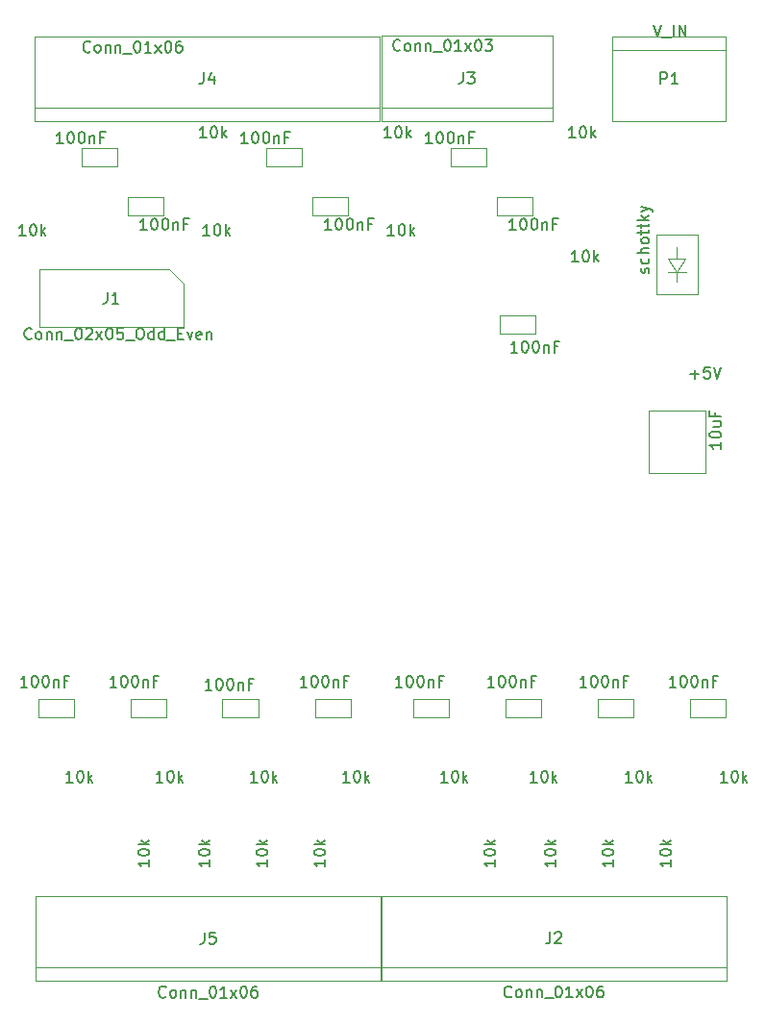
<source format=gbr>
G04 #@! TF.GenerationSoftware,KiCad,Pcbnew,5.0.2+dfsg1-1*
G04 #@! TF.CreationDate,2021-01-22T14:28:10+01:00*
G04 #@! TF.ProjectId,wat,7761742e-6b69-4636-9164-5f7063625858,rev?*
G04 #@! TF.SameCoordinates,Original*
G04 #@! TF.FileFunction,Other,Fab,Top*
%FSLAX46Y46*%
G04 Gerber Fmt 4.6, Leading zero omitted, Abs format (unit mm)*
G04 Created by KiCad (PCBNEW 5.0.2+dfsg1-1) date vie 22 ene 2021 14:28:10 CET*
%MOMM*%
%LPD*%
G01*
G04 APERTURE LIST*
%ADD10C,0.100000*%
%ADD11C,0.150000*%
G04 APERTURE END LIST*
D10*
G04 #@! TO.C,C11*
X80410000Y-133820000D02*
X83610000Y-133820000D01*
X83610000Y-133820000D02*
X83610000Y-135420000D01*
X83610000Y-135420000D02*
X80410000Y-135420000D01*
X80410000Y-135420000D02*
X80410000Y-133820000D01*
G04 #@! TO.C,J4*
X94295600Y-75472600D02*
X63895600Y-75472600D01*
X94295600Y-82972600D02*
X94295600Y-75472600D01*
X63895600Y-82972600D02*
X94295600Y-82972600D01*
X63895600Y-75472600D02*
X63895600Y-82972600D01*
X63895600Y-81772600D02*
X94295600Y-81772600D01*
G04 #@! TO.C,C1*
X122959500Y-108438500D02*
X122959500Y-113938500D01*
X122959500Y-113938500D02*
X117959500Y-113938500D01*
X117959500Y-113938500D02*
X117959500Y-108438500D01*
X117959500Y-108438500D02*
X122959500Y-108438500D01*
G04 #@! TO.C,C2*
X108026000Y-101638000D02*
X104826000Y-101638000D01*
X104826000Y-101638000D02*
X104826000Y-100038000D01*
X104826000Y-100038000D02*
X108026000Y-100038000D01*
X108026000Y-100038000D02*
X108026000Y-101638000D01*
G04 #@! TO.C,C5*
X91516000Y-91224000D02*
X88316000Y-91224000D01*
X88316000Y-91224000D02*
X88316000Y-89624000D01*
X88316000Y-89624000D02*
X91516000Y-89624000D01*
X91516000Y-89624000D02*
X91516000Y-91224000D01*
G04 #@! TO.C,C6*
X84252000Y-86906000D02*
X84252000Y-85306000D01*
X87452000Y-86906000D02*
X84252000Y-86906000D01*
X87452000Y-85306000D02*
X87452000Y-86906000D01*
X84252000Y-85306000D02*
X87452000Y-85306000D01*
G04 #@! TO.C,C7*
X75260000Y-91224000D02*
X72060000Y-91224000D01*
X72060000Y-91224000D02*
X72060000Y-89624000D01*
X72060000Y-89624000D02*
X75260000Y-89624000D01*
X75260000Y-89624000D02*
X75260000Y-91224000D01*
G04 #@! TO.C,C8*
X67996000Y-86906000D02*
X67996000Y-85306000D01*
X71196000Y-86906000D02*
X67996000Y-86906000D01*
X71196000Y-85306000D02*
X71196000Y-86906000D01*
X67996000Y-85306000D02*
X71196000Y-85306000D01*
G04 #@! TO.C,C9*
X67386000Y-135420000D02*
X64186000Y-135420000D01*
X64186000Y-135420000D02*
X64186000Y-133820000D01*
X64186000Y-133820000D02*
X67386000Y-133820000D01*
X67386000Y-133820000D02*
X67386000Y-135420000D01*
G04 #@! TO.C,C10*
X75514000Y-133820000D02*
X75514000Y-135420000D01*
X72314000Y-133820000D02*
X75514000Y-133820000D01*
X72314000Y-135420000D02*
X72314000Y-133820000D01*
X75514000Y-135420000D02*
X72314000Y-135420000D01*
G04 #@! TO.C,C12*
X88570000Y-135420000D02*
X88570000Y-133820000D01*
X91770000Y-135420000D02*
X88570000Y-135420000D01*
X91770000Y-133820000D02*
X91770000Y-135420000D01*
X88570000Y-133820000D02*
X91770000Y-133820000D01*
G04 #@! TO.C,C13*
X100406000Y-135420000D02*
X97206000Y-135420000D01*
X97206000Y-135420000D02*
X97206000Y-133820000D01*
X97206000Y-133820000D02*
X100406000Y-133820000D01*
X100406000Y-133820000D02*
X100406000Y-135420000D01*
G04 #@! TO.C,C14*
X108534000Y-133820000D02*
X108534000Y-135420000D01*
X105334000Y-133820000D02*
X108534000Y-133820000D01*
X105334000Y-135420000D02*
X105334000Y-133820000D01*
X108534000Y-135420000D02*
X105334000Y-135420000D01*
G04 #@! TO.C,C15*
X113462000Y-135420000D02*
X113462000Y-133820000D01*
X116662000Y-135420000D02*
X113462000Y-135420000D01*
X116662000Y-133820000D02*
X116662000Y-135420000D01*
X113462000Y-133820000D02*
X116662000Y-133820000D01*
G04 #@! TO.C,C16*
X121590000Y-133820000D02*
X124790000Y-133820000D01*
X124790000Y-133820000D02*
X124790000Y-135420000D01*
X124790000Y-135420000D02*
X121590000Y-135420000D01*
X121590000Y-135420000D02*
X121590000Y-133820000D01*
G04 #@! TO.C,J1*
X75692000Y-96012000D02*
X76962000Y-97282000D01*
X64262000Y-96012000D02*
X75692000Y-96012000D01*
X64262000Y-101092000D02*
X64262000Y-96012000D01*
X76962000Y-101092000D02*
X64262000Y-101092000D01*
X76962000Y-97282000D02*
X76962000Y-101092000D01*
G04 #@! TO.C,J2*
X124826400Y-151164600D02*
X94426400Y-151164600D01*
X124826400Y-158664600D02*
X124826400Y-151164600D01*
X94426400Y-158664600D02*
X124826400Y-158664600D01*
X94426400Y-151164600D02*
X94426400Y-158664600D01*
X94426400Y-157464600D02*
X124826400Y-157464600D01*
G04 #@! TO.C,J3*
X94405600Y-81747200D02*
X109505600Y-81747200D01*
X94405600Y-75447200D02*
X109505600Y-75447200D01*
X109505600Y-75447200D02*
X109505600Y-82947200D01*
X109505600Y-82947200D02*
X94405600Y-82947200D01*
X94405600Y-82947200D02*
X94405600Y-75447200D01*
G04 #@! TO.C,J5*
X63971800Y-157490000D02*
X94371800Y-157490000D01*
X63971800Y-151190000D02*
X63971800Y-158690000D01*
X63971800Y-158690000D02*
X94371800Y-158690000D01*
X94371800Y-158690000D02*
X94371800Y-151190000D01*
X94371800Y-151190000D02*
X63971800Y-151190000D01*
G04 #@! TO.C,P1*
X114761000Y-82972600D02*
X124761000Y-82972600D01*
X114761000Y-75472600D02*
X114761000Y-82972600D01*
X124761000Y-75472600D02*
X114761000Y-75472600D01*
X124761000Y-82972600D02*
X124761000Y-75472600D01*
X124711000Y-76672600D02*
X114811000Y-76672600D01*
G04 #@! TO.C,C3*
X107772000Y-89624000D02*
X107772000Y-91224000D01*
X104572000Y-89624000D02*
X107772000Y-89624000D01*
X104572000Y-91224000D02*
X104572000Y-89624000D01*
X107772000Y-91224000D02*
X104572000Y-91224000D01*
G04 #@! TO.C,C4*
X100508000Y-85306000D02*
X103708000Y-85306000D01*
X103708000Y-85306000D02*
X103708000Y-86906000D01*
X103708000Y-86906000D02*
X100508000Y-86906000D01*
X100508000Y-86906000D02*
X100508000Y-85306000D01*
G04 #@! TO.C,D1*
X122259500Y-92967500D02*
X118659500Y-92967500D01*
X122259500Y-92967500D02*
X122259500Y-98167500D01*
X120460520Y-96216940D02*
X119660420Y-95066320D01*
X120460520Y-96216940D02*
X121209820Y-95066320D01*
X121209820Y-95066320D02*
X119660420Y-95066320D01*
X119660420Y-96216940D02*
X121260620Y-96216940D01*
X120460520Y-95066320D02*
X120460520Y-94068100D01*
X120460520Y-96216940D02*
X120460520Y-97118640D01*
X118659500Y-92967500D02*
X118659500Y-98167500D01*
X122259500Y-98167500D02*
X118659500Y-98167500D01*
G04 #@! TD*
G04 #@! TO.C,C11*
D11*
X79478380Y-133040380D02*
X78906952Y-133040380D01*
X79192666Y-133040380D02*
X79192666Y-132040380D01*
X79097428Y-132183238D01*
X79002190Y-132278476D01*
X78906952Y-132326095D01*
X80097428Y-132040380D02*
X80192666Y-132040380D01*
X80287904Y-132088000D01*
X80335523Y-132135619D01*
X80383142Y-132230857D01*
X80430761Y-132421333D01*
X80430761Y-132659428D01*
X80383142Y-132849904D01*
X80335523Y-132945142D01*
X80287904Y-132992761D01*
X80192666Y-133040380D01*
X80097428Y-133040380D01*
X80002190Y-132992761D01*
X79954571Y-132945142D01*
X79906952Y-132849904D01*
X79859333Y-132659428D01*
X79859333Y-132421333D01*
X79906952Y-132230857D01*
X79954571Y-132135619D01*
X80002190Y-132088000D01*
X80097428Y-132040380D01*
X81049809Y-132040380D02*
X81145047Y-132040380D01*
X81240285Y-132088000D01*
X81287904Y-132135619D01*
X81335523Y-132230857D01*
X81383142Y-132421333D01*
X81383142Y-132659428D01*
X81335523Y-132849904D01*
X81287904Y-132945142D01*
X81240285Y-132992761D01*
X81145047Y-133040380D01*
X81049809Y-133040380D01*
X80954571Y-132992761D01*
X80906952Y-132945142D01*
X80859333Y-132849904D01*
X80811714Y-132659428D01*
X80811714Y-132421333D01*
X80859333Y-132230857D01*
X80906952Y-132135619D01*
X80954571Y-132088000D01*
X81049809Y-132040380D01*
X81811714Y-132373714D02*
X81811714Y-133040380D01*
X81811714Y-132468952D02*
X81859333Y-132421333D01*
X81954571Y-132373714D01*
X82097428Y-132373714D01*
X82192666Y-132421333D01*
X82240285Y-132516571D01*
X82240285Y-133040380D01*
X83049809Y-132516571D02*
X82716476Y-132516571D01*
X82716476Y-133040380D02*
X82716476Y-132040380D01*
X83192666Y-132040380D01*
G04 #@! TO.C,J4*
X68778904Y-76811142D02*
X68731285Y-76858761D01*
X68588428Y-76906380D01*
X68493190Y-76906380D01*
X68350333Y-76858761D01*
X68255095Y-76763523D01*
X68207476Y-76668285D01*
X68159857Y-76477809D01*
X68159857Y-76334952D01*
X68207476Y-76144476D01*
X68255095Y-76049238D01*
X68350333Y-75954000D01*
X68493190Y-75906380D01*
X68588428Y-75906380D01*
X68731285Y-75954000D01*
X68778904Y-76001619D01*
X69350333Y-76906380D02*
X69255095Y-76858761D01*
X69207476Y-76811142D01*
X69159857Y-76715904D01*
X69159857Y-76430190D01*
X69207476Y-76334952D01*
X69255095Y-76287333D01*
X69350333Y-76239714D01*
X69493190Y-76239714D01*
X69588428Y-76287333D01*
X69636047Y-76334952D01*
X69683666Y-76430190D01*
X69683666Y-76715904D01*
X69636047Y-76811142D01*
X69588428Y-76858761D01*
X69493190Y-76906380D01*
X69350333Y-76906380D01*
X70112238Y-76239714D02*
X70112238Y-76906380D01*
X70112238Y-76334952D02*
X70159857Y-76287333D01*
X70255095Y-76239714D01*
X70397952Y-76239714D01*
X70493190Y-76287333D01*
X70540809Y-76382571D01*
X70540809Y-76906380D01*
X71017000Y-76239714D02*
X71017000Y-76906380D01*
X71017000Y-76334952D02*
X71064619Y-76287333D01*
X71159857Y-76239714D01*
X71302714Y-76239714D01*
X71397952Y-76287333D01*
X71445571Y-76382571D01*
X71445571Y-76906380D01*
X71683666Y-77001619D02*
X72445571Y-77001619D01*
X72874142Y-75906380D02*
X72969380Y-75906380D01*
X73064619Y-75954000D01*
X73112238Y-76001619D01*
X73159857Y-76096857D01*
X73207476Y-76287333D01*
X73207476Y-76525428D01*
X73159857Y-76715904D01*
X73112238Y-76811142D01*
X73064619Y-76858761D01*
X72969380Y-76906380D01*
X72874142Y-76906380D01*
X72778904Y-76858761D01*
X72731285Y-76811142D01*
X72683666Y-76715904D01*
X72636047Y-76525428D01*
X72636047Y-76287333D01*
X72683666Y-76096857D01*
X72731285Y-76001619D01*
X72778904Y-75954000D01*
X72874142Y-75906380D01*
X74159857Y-76906380D02*
X73588428Y-76906380D01*
X73874142Y-76906380D02*
X73874142Y-75906380D01*
X73778904Y-76049238D01*
X73683666Y-76144476D01*
X73588428Y-76192095D01*
X74493190Y-76906380D02*
X75017000Y-76239714D01*
X74493190Y-76239714D02*
X75017000Y-76906380D01*
X75588428Y-75906380D02*
X75683666Y-75906380D01*
X75778904Y-75954000D01*
X75826523Y-76001619D01*
X75874142Y-76096857D01*
X75921761Y-76287333D01*
X75921761Y-76525428D01*
X75874142Y-76715904D01*
X75826523Y-76811142D01*
X75778904Y-76858761D01*
X75683666Y-76906380D01*
X75588428Y-76906380D01*
X75493190Y-76858761D01*
X75445571Y-76811142D01*
X75397952Y-76715904D01*
X75350333Y-76525428D01*
X75350333Y-76287333D01*
X75397952Y-76096857D01*
X75445571Y-76001619D01*
X75493190Y-75954000D01*
X75588428Y-75906380D01*
X76778904Y-75906380D02*
X76588428Y-75906380D01*
X76493190Y-75954000D01*
X76445571Y-76001619D01*
X76350333Y-76144476D01*
X76302714Y-76334952D01*
X76302714Y-76715904D01*
X76350333Y-76811142D01*
X76397952Y-76858761D01*
X76493190Y-76906380D01*
X76683666Y-76906380D01*
X76778904Y-76858761D01*
X76826523Y-76811142D01*
X76874142Y-76715904D01*
X76874142Y-76477809D01*
X76826523Y-76382571D01*
X76778904Y-76334952D01*
X76683666Y-76287333D01*
X76493190Y-76287333D01*
X76397952Y-76334952D01*
X76350333Y-76382571D01*
X76302714Y-76477809D01*
X78762266Y-78674980D02*
X78762266Y-79389266D01*
X78714647Y-79532123D01*
X78619409Y-79627361D01*
X78476552Y-79674980D01*
X78381314Y-79674980D01*
X79667028Y-79008314D02*
X79667028Y-79674980D01*
X79428933Y-78627361D02*
X79190838Y-79341647D01*
X79809885Y-79341647D01*
G04 #@! TO.C,C1*
X124336880Y-111223928D02*
X124336880Y-111795357D01*
X124336880Y-111509642D02*
X123336880Y-111509642D01*
X123479738Y-111604880D01*
X123574976Y-111700119D01*
X123622595Y-111795357D01*
X123336880Y-110604880D02*
X123336880Y-110509642D01*
X123384500Y-110414404D01*
X123432119Y-110366785D01*
X123527357Y-110319166D01*
X123717833Y-110271547D01*
X123955928Y-110271547D01*
X124146404Y-110319166D01*
X124241642Y-110366785D01*
X124289261Y-110414404D01*
X124336880Y-110509642D01*
X124336880Y-110604880D01*
X124289261Y-110700119D01*
X124241642Y-110747738D01*
X124146404Y-110795357D01*
X123955928Y-110842976D01*
X123717833Y-110842976D01*
X123527357Y-110795357D01*
X123432119Y-110747738D01*
X123384500Y-110700119D01*
X123336880Y-110604880D01*
X123670214Y-109414404D02*
X124336880Y-109414404D01*
X123670214Y-109842976D02*
X124194023Y-109842976D01*
X124289261Y-109795357D01*
X124336880Y-109700119D01*
X124336880Y-109557261D01*
X124289261Y-109462023D01*
X124241642Y-109414404D01*
X123813071Y-108604880D02*
X123813071Y-108938214D01*
X124336880Y-108938214D02*
X123336880Y-108938214D01*
X123336880Y-108462023D01*
G04 #@! TO.C,C2*
X106402380Y-103322380D02*
X105830952Y-103322380D01*
X106116666Y-103322380D02*
X106116666Y-102322380D01*
X106021428Y-102465238D01*
X105926190Y-102560476D01*
X105830952Y-102608095D01*
X107021428Y-102322380D02*
X107116666Y-102322380D01*
X107211904Y-102370000D01*
X107259523Y-102417619D01*
X107307142Y-102512857D01*
X107354761Y-102703333D01*
X107354761Y-102941428D01*
X107307142Y-103131904D01*
X107259523Y-103227142D01*
X107211904Y-103274761D01*
X107116666Y-103322380D01*
X107021428Y-103322380D01*
X106926190Y-103274761D01*
X106878571Y-103227142D01*
X106830952Y-103131904D01*
X106783333Y-102941428D01*
X106783333Y-102703333D01*
X106830952Y-102512857D01*
X106878571Y-102417619D01*
X106926190Y-102370000D01*
X107021428Y-102322380D01*
X107973809Y-102322380D02*
X108069047Y-102322380D01*
X108164285Y-102370000D01*
X108211904Y-102417619D01*
X108259523Y-102512857D01*
X108307142Y-102703333D01*
X108307142Y-102941428D01*
X108259523Y-103131904D01*
X108211904Y-103227142D01*
X108164285Y-103274761D01*
X108069047Y-103322380D01*
X107973809Y-103322380D01*
X107878571Y-103274761D01*
X107830952Y-103227142D01*
X107783333Y-103131904D01*
X107735714Y-102941428D01*
X107735714Y-102703333D01*
X107783333Y-102512857D01*
X107830952Y-102417619D01*
X107878571Y-102370000D01*
X107973809Y-102322380D01*
X108735714Y-102655714D02*
X108735714Y-103322380D01*
X108735714Y-102750952D02*
X108783333Y-102703333D01*
X108878571Y-102655714D01*
X109021428Y-102655714D01*
X109116666Y-102703333D01*
X109164285Y-102798571D01*
X109164285Y-103322380D01*
X109973809Y-102798571D02*
X109640476Y-102798571D01*
X109640476Y-103322380D02*
X109640476Y-102322380D01*
X110116666Y-102322380D01*
G04 #@! TO.C,C5*
X90019380Y-92527380D02*
X89447952Y-92527380D01*
X89733666Y-92527380D02*
X89733666Y-91527380D01*
X89638428Y-91670238D01*
X89543190Y-91765476D01*
X89447952Y-91813095D01*
X90638428Y-91527380D02*
X90733666Y-91527380D01*
X90828904Y-91575000D01*
X90876523Y-91622619D01*
X90924142Y-91717857D01*
X90971761Y-91908333D01*
X90971761Y-92146428D01*
X90924142Y-92336904D01*
X90876523Y-92432142D01*
X90828904Y-92479761D01*
X90733666Y-92527380D01*
X90638428Y-92527380D01*
X90543190Y-92479761D01*
X90495571Y-92432142D01*
X90447952Y-92336904D01*
X90400333Y-92146428D01*
X90400333Y-91908333D01*
X90447952Y-91717857D01*
X90495571Y-91622619D01*
X90543190Y-91575000D01*
X90638428Y-91527380D01*
X91590809Y-91527380D02*
X91686047Y-91527380D01*
X91781285Y-91575000D01*
X91828904Y-91622619D01*
X91876523Y-91717857D01*
X91924142Y-91908333D01*
X91924142Y-92146428D01*
X91876523Y-92336904D01*
X91828904Y-92432142D01*
X91781285Y-92479761D01*
X91686047Y-92527380D01*
X91590809Y-92527380D01*
X91495571Y-92479761D01*
X91447952Y-92432142D01*
X91400333Y-92336904D01*
X91352714Y-92146428D01*
X91352714Y-91908333D01*
X91400333Y-91717857D01*
X91447952Y-91622619D01*
X91495571Y-91575000D01*
X91590809Y-91527380D01*
X92352714Y-91860714D02*
X92352714Y-92527380D01*
X92352714Y-91955952D02*
X92400333Y-91908333D01*
X92495571Y-91860714D01*
X92638428Y-91860714D01*
X92733666Y-91908333D01*
X92781285Y-92003571D01*
X92781285Y-92527380D01*
X93590809Y-92003571D02*
X93257476Y-92003571D01*
X93257476Y-92527380D02*
X93257476Y-91527380D01*
X93733666Y-91527380D01*
G04 #@! TO.C,C6*
X82653380Y-84907380D02*
X82081952Y-84907380D01*
X82367666Y-84907380D02*
X82367666Y-83907380D01*
X82272428Y-84050238D01*
X82177190Y-84145476D01*
X82081952Y-84193095D01*
X83272428Y-83907380D02*
X83367666Y-83907380D01*
X83462904Y-83955000D01*
X83510523Y-84002619D01*
X83558142Y-84097857D01*
X83605761Y-84288333D01*
X83605761Y-84526428D01*
X83558142Y-84716904D01*
X83510523Y-84812142D01*
X83462904Y-84859761D01*
X83367666Y-84907380D01*
X83272428Y-84907380D01*
X83177190Y-84859761D01*
X83129571Y-84812142D01*
X83081952Y-84716904D01*
X83034333Y-84526428D01*
X83034333Y-84288333D01*
X83081952Y-84097857D01*
X83129571Y-84002619D01*
X83177190Y-83955000D01*
X83272428Y-83907380D01*
X84224809Y-83907380D02*
X84320047Y-83907380D01*
X84415285Y-83955000D01*
X84462904Y-84002619D01*
X84510523Y-84097857D01*
X84558142Y-84288333D01*
X84558142Y-84526428D01*
X84510523Y-84716904D01*
X84462904Y-84812142D01*
X84415285Y-84859761D01*
X84320047Y-84907380D01*
X84224809Y-84907380D01*
X84129571Y-84859761D01*
X84081952Y-84812142D01*
X84034333Y-84716904D01*
X83986714Y-84526428D01*
X83986714Y-84288333D01*
X84034333Y-84097857D01*
X84081952Y-84002619D01*
X84129571Y-83955000D01*
X84224809Y-83907380D01*
X84986714Y-84240714D02*
X84986714Y-84907380D01*
X84986714Y-84335952D02*
X85034333Y-84288333D01*
X85129571Y-84240714D01*
X85272428Y-84240714D01*
X85367666Y-84288333D01*
X85415285Y-84383571D01*
X85415285Y-84907380D01*
X86224809Y-84383571D02*
X85891476Y-84383571D01*
X85891476Y-84907380D02*
X85891476Y-83907380D01*
X86367666Y-83907380D01*
G04 #@! TO.C,C7*
X73763380Y-92527380D02*
X73191952Y-92527380D01*
X73477666Y-92527380D02*
X73477666Y-91527380D01*
X73382428Y-91670238D01*
X73287190Y-91765476D01*
X73191952Y-91813095D01*
X74382428Y-91527380D02*
X74477666Y-91527380D01*
X74572904Y-91575000D01*
X74620523Y-91622619D01*
X74668142Y-91717857D01*
X74715761Y-91908333D01*
X74715761Y-92146428D01*
X74668142Y-92336904D01*
X74620523Y-92432142D01*
X74572904Y-92479761D01*
X74477666Y-92527380D01*
X74382428Y-92527380D01*
X74287190Y-92479761D01*
X74239571Y-92432142D01*
X74191952Y-92336904D01*
X74144333Y-92146428D01*
X74144333Y-91908333D01*
X74191952Y-91717857D01*
X74239571Y-91622619D01*
X74287190Y-91575000D01*
X74382428Y-91527380D01*
X75334809Y-91527380D02*
X75430047Y-91527380D01*
X75525285Y-91575000D01*
X75572904Y-91622619D01*
X75620523Y-91717857D01*
X75668142Y-91908333D01*
X75668142Y-92146428D01*
X75620523Y-92336904D01*
X75572904Y-92432142D01*
X75525285Y-92479761D01*
X75430047Y-92527380D01*
X75334809Y-92527380D01*
X75239571Y-92479761D01*
X75191952Y-92432142D01*
X75144333Y-92336904D01*
X75096714Y-92146428D01*
X75096714Y-91908333D01*
X75144333Y-91717857D01*
X75191952Y-91622619D01*
X75239571Y-91575000D01*
X75334809Y-91527380D01*
X76096714Y-91860714D02*
X76096714Y-92527380D01*
X76096714Y-91955952D02*
X76144333Y-91908333D01*
X76239571Y-91860714D01*
X76382428Y-91860714D01*
X76477666Y-91908333D01*
X76525285Y-92003571D01*
X76525285Y-92527380D01*
X77334809Y-92003571D02*
X77001476Y-92003571D01*
X77001476Y-92527380D02*
X77001476Y-91527380D01*
X77477666Y-91527380D01*
G04 #@! TO.C,C8*
X66397380Y-84907380D02*
X65825952Y-84907380D01*
X66111666Y-84907380D02*
X66111666Y-83907380D01*
X66016428Y-84050238D01*
X65921190Y-84145476D01*
X65825952Y-84193095D01*
X67016428Y-83907380D02*
X67111666Y-83907380D01*
X67206904Y-83955000D01*
X67254523Y-84002619D01*
X67302142Y-84097857D01*
X67349761Y-84288333D01*
X67349761Y-84526428D01*
X67302142Y-84716904D01*
X67254523Y-84812142D01*
X67206904Y-84859761D01*
X67111666Y-84907380D01*
X67016428Y-84907380D01*
X66921190Y-84859761D01*
X66873571Y-84812142D01*
X66825952Y-84716904D01*
X66778333Y-84526428D01*
X66778333Y-84288333D01*
X66825952Y-84097857D01*
X66873571Y-84002619D01*
X66921190Y-83955000D01*
X67016428Y-83907380D01*
X67968809Y-83907380D02*
X68064047Y-83907380D01*
X68159285Y-83955000D01*
X68206904Y-84002619D01*
X68254523Y-84097857D01*
X68302142Y-84288333D01*
X68302142Y-84526428D01*
X68254523Y-84716904D01*
X68206904Y-84812142D01*
X68159285Y-84859761D01*
X68064047Y-84907380D01*
X67968809Y-84907380D01*
X67873571Y-84859761D01*
X67825952Y-84812142D01*
X67778333Y-84716904D01*
X67730714Y-84526428D01*
X67730714Y-84288333D01*
X67778333Y-84097857D01*
X67825952Y-84002619D01*
X67873571Y-83955000D01*
X67968809Y-83907380D01*
X68730714Y-84240714D02*
X68730714Y-84907380D01*
X68730714Y-84335952D02*
X68778333Y-84288333D01*
X68873571Y-84240714D01*
X69016428Y-84240714D01*
X69111666Y-84288333D01*
X69159285Y-84383571D01*
X69159285Y-84907380D01*
X69968809Y-84383571D02*
X69635476Y-84383571D01*
X69635476Y-84907380D02*
X69635476Y-83907380D01*
X70111666Y-83907380D01*
G04 #@! TO.C,C9*
X63222380Y-132786380D02*
X62650952Y-132786380D01*
X62936666Y-132786380D02*
X62936666Y-131786380D01*
X62841428Y-131929238D01*
X62746190Y-132024476D01*
X62650952Y-132072095D01*
X63841428Y-131786380D02*
X63936666Y-131786380D01*
X64031904Y-131834000D01*
X64079523Y-131881619D01*
X64127142Y-131976857D01*
X64174761Y-132167333D01*
X64174761Y-132405428D01*
X64127142Y-132595904D01*
X64079523Y-132691142D01*
X64031904Y-132738761D01*
X63936666Y-132786380D01*
X63841428Y-132786380D01*
X63746190Y-132738761D01*
X63698571Y-132691142D01*
X63650952Y-132595904D01*
X63603333Y-132405428D01*
X63603333Y-132167333D01*
X63650952Y-131976857D01*
X63698571Y-131881619D01*
X63746190Y-131834000D01*
X63841428Y-131786380D01*
X64793809Y-131786380D02*
X64889047Y-131786380D01*
X64984285Y-131834000D01*
X65031904Y-131881619D01*
X65079523Y-131976857D01*
X65127142Y-132167333D01*
X65127142Y-132405428D01*
X65079523Y-132595904D01*
X65031904Y-132691142D01*
X64984285Y-132738761D01*
X64889047Y-132786380D01*
X64793809Y-132786380D01*
X64698571Y-132738761D01*
X64650952Y-132691142D01*
X64603333Y-132595904D01*
X64555714Y-132405428D01*
X64555714Y-132167333D01*
X64603333Y-131976857D01*
X64650952Y-131881619D01*
X64698571Y-131834000D01*
X64793809Y-131786380D01*
X65555714Y-132119714D02*
X65555714Y-132786380D01*
X65555714Y-132214952D02*
X65603333Y-132167333D01*
X65698571Y-132119714D01*
X65841428Y-132119714D01*
X65936666Y-132167333D01*
X65984285Y-132262571D01*
X65984285Y-132786380D01*
X66793809Y-132262571D02*
X66460476Y-132262571D01*
X66460476Y-132786380D02*
X66460476Y-131786380D01*
X66936666Y-131786380D01*
G04 #@! TO.C,C10*
X71096380Y-132786380D02*
X70524952Y-132786380D01*
X70810666Y-132786380D02*
X70810666Y-131786380D01*
X70715428Y-131929238D01*
X70620190Y-132024476D01*
X70524952Y-132072095D01*
X71715428Y-131786380D02*
X71810666Y-131786380D01*
X71905904Y-131834000D01*
X71953523Y-131881619D01*
X72001142Y-131976857D01*
X72048761Y-132167333D01*
X72048761Y-132405428D01*
X72001142Y-132595904D01*
X71953523Y-132691142D01*
X71905904Y-132738761D01*
X71810666Y-132786380D01*
X71715428Y-132786380D01*
X71620190Y-132738761D01*
X71572571Y-132691142D01*
X71524952Y-132595904D01*
X71477333Y-132405428D01*
X71477333Y-132167333D01*
X71524952Y-131976857D01*
X71572571Y-131881619D01*
X71620190Y-131834000D01*
X71715428Y-131786380D01*
X72667809Y-131786380D02*
X72763047Y-131786380D01*
X72858285Y-131834000D01*
X72905904Y-131881619D01*
X72953523Y-131976857D01*
X73001142Y-132167333D01*
X73001142Y-132405428D01*
X72953523Y-132595904D01*
X72905904Y-132691142D01*
X72858285Y-132738761D01*
X72763047Y-132786380D01*
X72667809Y-132786380D01*
X72572571Y-132738761D01*
X72524952Y-132691142D01*
X72477333Y-132595904D01*
X72429714Y-132405428D01*
X72429714Y-132167333D01*
X72477333Y-131976857D01*
X72524952Y-131881619D01*
X72572571Y-131834000D01*
X72667809Y-131786380D01*
X73429714Y-132119714D02*
X73429714Y-132786380D01*
X73429714Y-132214952D02*
X73477333Y-132167333D01*
X73572571Y-132119714D01*
X73715428Y-132119714D01*
X73810666Y-132167333D01*
X73858285Y-132262571D01*
X73858285Y-132786380D01*
X74667809Y-132262571D02*
X74334476Y-132262571D01*
X74334476Y-132786380D02*
X74334476Y-131786380D01*
X74810666Y-131786380D01*
G04 #@! TO.C,C12*
X87860380Y-132786380D02*
X87288952Y-132786380D01*
X87574666Y-132786380D02*
X87574666Y-131786380D01*
X87479428Y-131929238D01*
X87384190Y-132024476D01*
X87288952Y-132072095D01*
X88479428Y-131786380D02*
X88574666Y-131786380D01*
X88669904Y-131834000D01*
X88717523Y-131881619D01*
X88765142Y-131976857D01*
X88812761Y-132167333D01*
X88812761Y-132405428D01*
X88765142Y-132595904D01*
X88717523Y-132691142D01*
X88669904Y-132738761D01*
X88574666Y-132786380D01*
X88479428Y-132786380D01*
X88384190Y-132738761D01*
X88336571Y-132691142D01*
X88288952Y-132595904D01*
X88241333Y-132405428D01*
X88241333Y-132167333D01*
X88288952Y-131976857D01*
X88336571Y-131881619D01*
X88384190Y-131834000D01*
X88479428Y-131786380D01*
X89431809Y-131786380D02*
X89527047Y-131786380D01*
X89622285Y-131834000D01*
X89669904Y-131881619D01*
X89717523Y-131976857D01*
X89765142Y-132167333D01*
X89765142Y-132405428D01*
X89717523Y-132595904D01*
X89669904Y-132691142D01*
X89622285Y-132738761D01*
X89527047Y-132786380D01*
X89431809Y-132786380D01*
X89336571Y-132738761D01*
X89288952Y-132691142D01*
X89241333Y-132595904D01*
X89193714Y-132405428D01*
X89193714Y-132167333D01*
X89241333Y-131976857D01*
X89288952Y-131881619D01*
X89336571Y-131834000D01*
X89431809Y-131786380D01*
X90193714Y-132119714D02*
X90193714Y-132786380D01*
X90193714Y-132214952D02*
X90241333Y-132167333D01*
X90336571Y-132119714D01*
X90479428Y-132119714D01*
X90574666Y-132167333D01*
X90622285Y-132262571D01*
X90622285Y-132786380D01*
X91431809Y-132262571D02*
X91098476Y-132262571D01*
X91098476Y-132786380D02*
X91098476Y-131786380D01*
X91574666Y-131786380D01*
G04 #@! TO.C,C13*
X96242380Y-132786380D02*
X95670952Y-132786380D01*
X95956666Y-132786380D02*
X95956666Y-131786380D01*
X95861428Y-131929238D01*
X95766190Y-132024476D01*
X95670952Y-132072095D01*
X96861428Y-131786380D02*
X96956666Y-131786380D01*
X97051904Y-131834000D01*
X97099523Y-131881619D01*
X97147142Y-131976857D01*
X97194761Y-132167333D01*
X97194761Y-132405428D01*
X97147142Y-132595904D01*
X97099523Y-132691142D01*
X97051904Y-132738761D01*
X96956666Y-132786380D01*
X96861428Y-132786380D01*
X96766190Y-132738761D01*
X96718571Y-132691142D01*
X96670952Y-132595904D01*
X96623333Y-132405428D01*
X96623333Y-132167333D01*
X96670952Y-131976857D01*
X96718571Y-131881619D01*
X96766190Y-131834000D01*
X96861428Y-131786380D01*
X97813809Y-131786380D02*
X97909047Y-131786380D01*
X98004285Y-131834000D01*
X98051904Y-131881619D01*
X98099523Y-131976857D01*
X98147142Y-132167333D01*
X98147142Y-132405428D01*
X98099523Y-132595904D01*
X98051904Y-132691142D01*
X98004285Y-132738761D01*
X97909047Y-132786380D01*
X97813809Y-132786380D01*
X97718571Y-132738761D01*
X97670952Y-132691142D01*
X97623333Y-132595904D01*
X97575714Y-132405428D01*
X97575714Y-132167333D01*
X97623333Y-131976857D01*
X97670952Y-131881619D01*
X97718571Y-131834000D01*
X97813809Y-131786380D01*
X98575714Y-132119714D02*
X98575714Y-132786380D01*
X98575714Y-132214952D02*
X98623333Y-132167333D01*
X98718571Y-132119714D01*
X98861428Y-132119714D01*
X98956666Y-132167333D01*
X99004285Y-132262571D01*
X99004285Y-132786380D01*
X99813809Y-132262571D02*
X99480476Y-132262571D01*
X99480476Y-132786380D02*
X99480476Y-131786380D01*
X99956666Y-131786380D01*
G04 #@! TO.C,C14*
X104370380Y-132786380D02*
X103798952Y-132786380D01*
X104084666Y-132786380D02*
X104084666Y-131786380D01*
X103989428Y-131929238D01*
X103894190Y-132024476D01*
X103798952Y-132072095D01*
X104989428Y-131786380D02*
X105084666Y-131786380D01*
X105179904Y-131834000D01*
X105227523Y-131881619D01*
X105275142Y-131976857D01*
X105322761Y-132167333D01*
X105322761Y-132405428D01*
X105275142Y-132595904D01*
X105227523Y-132691142D01*
X105179904Y-132738761D01*
X105084666Y-132786380D01*
X104989428Y-132786380D01*
X104894190Y-132738761D01*
X104846571Y-132691142D01*
X104798952Y-132595904D01*
X104751333Y-132405428D01*
X104751333Y-132167333D01*
X104798952Y-131976857D01*
X104846571Y-131881619D01*
X104894190Y-131834000D01*
X104989428Y-131786380D01*
X105941809Y-131786380D02*
X106037047Y-131786380D01*
X106132285Y-131834000D01*
X106179904Y-131881619D01*
X106227523Y-131976857D01*
X106275142Y-132167333D01*
X106275142Y-132405428D01*
X106227523Y-132595904D01*
X106179904Y-132691142D01*
X106132285Y-132738761D01*
X106037047Y-132786380D01*
X105941809Y-132786380D01*
X105846571Y-132738761D01*
X105798952Y-132691142D01*
X105751333Y-132595904D01*
X105703714Y-132405428D01*
X105703714Y-132167333D01*
X105751333Y-131976857D01*
X105798952Y-131881619D01*
X105846571Y-131834000D01*
X105941809Y-131786380D01*
X106703714Y-132119714D02*
X106703714Y-132786380D01*
X106703714Y-132214952D02*
X106751333Y-132167333D01*
X106846571Y-132119714D01*
X106989428Y-132119714D01*
X107084666Y-132167333D01*
X107132285Y-132262571D01*
X107132285Y-132786380D01*
X107941809Y-132262571D02*
X107608476Y-132262571D01*
X107608476Y-132786380D02*
X107608476Y-131786380D01*
X108084666Y-131786380D01*
G04 #@! TO.C,C15*
X112498380Y-132786380D02*
X111926952Y-132786380D01*
X112212666Y-132786380D02*
X112212666Y-131786380D01*
X112117428Y-131929238D01*
X112022190Y-132024476D01*
X111926952Y-132072095D01*
X113117428Y-131786380D02*
X113212666Y-131786380D01*
X113307904Y-131834000D01*
X113355523Y-131881619D01*
X113403142Y-131976857D01*
X113450761Y-132167333D01*
X113450761Y-132405428D01*
X113403142Y-132595904D01*
X113355523Y-132691142D01*
X113307904Y-132738761D01*
X113212666Y-132786380D01*
X113117428Y-132786380D01*
X113022190Y-132738761D01*
X112974571Y-132691142D01*
X112926952Y-132595904D01*
X112879333Y-132405428D01*
X112879333Y-132167333D01*
X112926952Y-131976857D01*
X112974571Y-131881619D01*
X113022190Y-131834000D01*
X113117428Y-131786380D01*
X114069809Y-131786380D02*
X114165047Y-131786380D01*
X114260285Y-131834000D01*
X114307904Y-131881619D01*
X114355523Y-131976857D01*
X114403142Y-132167333D01*
X114403142Y-132405428D01*
X114355523Y-132595904D01*
X114307904Y-132691142D01*
X114260285Y-132738761D01*
X114165047Y-132786380D01*
X114069809Y-132786380D01*
X113974571Y-132738761D01*
X113926952Y-132691142D01*
X113879333Y-132595904D01*
X113831714Y-132405428D01*
X113831714Y-132167333D01*
X113879333Y-131976857D01*
X113926952Y-131881619D01*
X113974571Y-131834000D01*
X114069809Y-131786380D01*
X114831714Y-132119714D02*
X114831714Y-132786380D01*
X114831714Y-132214952D02*
X114879333Y-132167333D01*
X114974571Y-132119714D01*
X115117428Y-132119714D01*
X115212666Y-132167333D01*
X115260285Y-132262571D01*
X115260285Y-132786380D01*
X116069809Y-132262571D02*
X115736476Y-132262571D01*
X115736476Y-132786380D02*
X115736476Y-131786380D01*
X116212666Y-131786380D01*
G04 #@! TO.C,C16*
X120372380Y-132786380D02*
X119800952Y-132786380D01*
X120086666Y-132786380D02*
X120086666Y-131786380D01*
X119991428Y-131929238D01*
X119896190Y-132024476D01*
X119800952Y-132072095D01*
X120991428Y-131786380D02*
X121086666Y-131786380D01*
X121181904Y-131834000D01*
X121229523Y-131881619D01*
X121277142Y-131976857D01*
X121324761Y-132167333D01*
X121324761Y-132405428D01*
X121277142Y-132595904D01*
X121229523Y-132691142D01*
X121181904Y-132738761D01*
X121086666Y-132786380D01*
X120991428Y-132786380D01*
X120896190Y-132738761D01*
X120848571Y-132691142D01*
X120800952Y-132595904D01*
X120753333Y-132405428D01*
X120753333Y-132167333D01*
X120800952Y-131976857D01*
X120848571Y-131881619D01*
X120896190Y-131834000D01*
X120991428Y-131786380D01*
X121943809Y-131786380D02*
X122039047Y-131786380D01*
X122134285Y-131834000D01*
X122181904Y-131881619D01*
X122229523Y-131976857D01*
X122277142Y-132167333D01*
X122277142Y-132405428D01*
X122229523Y-132595904D01*
X122181904Y-132691142D01*
X122134285Y-132738761D01*
X122039047Y-132786380D01*
X121943809Y-132786380D01*
X121848571Y-132738761D01*
X121800952Y-132691142D01*
X121753333Y-132595904D01*
X121705714Y-132405428D01*
X121705714Y-132167333D01*
X121753333Y-131976857D01*
X121800952Y-131881619D01*
X121848571Y-131834000D01*
X121943809Y-131786380D01*
X122705714Y-132119714D02*
X122705714Y-132786380D01*
X122705714Y-132214952D02*
X122753333Y-132167333D01*
X122848571Y-132119714D01*
X122991428Y-132119714D01*
X123086666Y-132167333D01*
X123134285Y-132262571D01*
X123134285Y-132786380D01*
X123943809Y-132262571D02*
X123610476Y-132262571D01*
X123610476Y-132786380D02*
X123610476Y-131786380D01*
X124086666Y-131786380D01*
G04 #@! TO.C,J1*
X63604142Y-102084142D02*
X63556523Y-102131761D01*
X63413666Y-102179380D01*
X63318428Y-102179380D01*
X63175571Y-102131761D01*
X63080333Y-102036523D01*
X63032714Y-101941285D01*
X62985095Y-101750809D01*
X62985095Y-101607952D01*
X63032714Y-101417476D01*
X63080333Y-101322238D01*
X63175571Y-101227000D01*
X63318428Y-101179380D01*
X63413666Y-101179380D01*
X63556523Y-101227000D01*
X63604142Y-101274619D01*
X64175571Y-102179380D02*
X64080333Y-102131761D01*
X64032714Y-102084142D01*
X63985095Y-101988904D01*
X63985095Y-101703190D01*
X64032714Y-101607952D01*
X64080333Y-101560333D01*
X64175571Y-101512714D01*
X64318428Y-101512714D01*
X64413666Y-101560333D01*
X64461285Y-101607952D01*
X64508904Y-101703190D01*
X64508904Y-101988904D01*
X64461285Y-102084142D01*
X64413666Y-102131761D01*
X64318428Y-102179380D01*
X64175571Y-102179380D01*
X64937476Y-101512714D02*
X64937476Y-102179380D01*
X64937476Y-101607952D02*
X64985095Y-101560333D01*
X65080333Y-101512714D01*
X65223190Y-101512714D01*
X65318428Y-101560333D01*
X65366047Y-101655571D01*
X65366047Y-102179380D01*
X65842238Y-101512714D02*
X65842238Y-102179380D01*
X65842238Y-101607952D02*
X65889857Y-101560333D01*
X65985095Y-101512714D01*
X66127952Y-101512714D01*
X66223190Y-101560333D01*
X66270809Y-101655571D01*
X66270809Y-102179380D01*
X66508904Y-102274619D02*
X67270809Y-102274619D01*
X67699380Y-101179380D02*
X67794619Y-101179380D01*
X67889857Y-101227000D01*
X67937476Y-101274619D01*
X67985095Y-101369857D01*
X68032714Y-101560333D01*
X68032714Y-101798428D01*
X67985095Y-101988904D01*
X67937476Y-102084142D01*
X67889857Y-102131761D01*
X67794619Y-102179380D01*
X67699380Y-102179380D01*
X67604142Y-102131761D01*
X67556523Y-102084142D01*
X67508904Y-101988904D01*
X67461285Y-101798428D01*
X67461285Y-101560333D01*
X67508904Y-101369857D01*
X67556523Y-101274619D01*
X67604142Y-101227000D01*
X67699380Y-101179380D01*
X68413666Y-101274619D02*
X68461285Y-101227000D01*
X68556523Y-101179380D01*
X68794619Y-101179380D01*
X68889857Y-101227000D01*
X68937476Y-101274619D01*
X68985095Y-101369857D01*
X68985095Y-101465095D01*
X68937476Y-101607952D01*
X68366047Y-102179380D01*
X68985095Y-102179380D01*
X69318428Y-102179380D02*
X69842238Y-101512714D01*
X69318428Y-101512714D02*
X69842238Y-102179380D01*
X70413666Y-101179380D02*
X70508904Y-101179380D01*
X70604142Y-101227000D01*
X70651761Y-101274619D01*
X70699380Y-101369857D01*
X70747000Y-101560333D01*
X70747000Y-101798428D01*
X70699380Y-101988904D01*
X70651761Y-102084142D01*
X70604142Y-102131761D01*
X70508904Y-102179380D01*
X70413666Y-102179380D01*
X70318428Y-102131761D01*
X70270809Y-102084142D01*
X70223190Y-101988904D01*
X70175571Y-101798428D01*
X70175571Y-101560333D01*
X70223190Y-101369857D01*
X70270809Y-101274619D01*
X70318428Y-101227000D01*
X70413666Y-101179380D01*
X71651761Y-101179380D02*
X71175571Y-101179380D01*
X71127952Y-101655571D01*
X71175571Y-101607952D01*
X71270809Y-101560333D01*
X71508904Y-101560333D01*
X71604142Y-101607952D01*
X71651761Y-101655571D01*
X71699380Y-101750809D01*
X71699380Y-101988904D01*
X71651761Y-102084142D01*
X71604142Y-102131761D01*
X71508904Y-102179380D01*
X71270809Y-102179380D01*
X71175571Y-102131761D01*
X71127952Y-102084142D01*
X71889857Y-102274619D02*
X72651761Y-102274619D01*
X73080333Y-101179380D02*
X73270809Y-101179380D01*
X73366047Y-101227000D01*
X73461285Y-101322238D01*
X73508904Y-101512714D01*
X73508904Y-101846047D01*
X73461285Y-102036523D01*
X73366047Y-102131761D01*
X73270809Y-102179380D01*
X73080333Y-102179380D01*
X72985095Y-102131761D01*
X72889857Y-102036523D01*
X72842238Y-101846047D01*
X72842238Y-101512714D01*
X72889857Y-101322238D01*
X72985095Y-101227000D01*
X73080333Y-101179380D01*
X74366047Y-102179380D02*
X74366047Y-101179380D01*
X74366047Y-102131761D02*
X74270809Y-102179380D01*
X74080333Y-102179380D01*
X73985095Y-102131761D01*
X73937476Y-102084142D01*
X73889857Y-101988904D01*
X73889857Y-101703190D01*
X73937476Y-101607952D01*
X73985095Y-101560333D01*
X74080333Y-101512714D01*
X74270809Y-101512714D01*
X74366047Y-101560333D01*
X75270809Y-102179380D02*
X75270809Y-101179380D01*
X75270809Y-102131761D02*
X75175571Y-102179380D01*
X74985095Y-102179380D01*
X74889857Y-102131761D01*
X74842238Y-102084142D01*
X74794619Y-101988904D01*
X74794619Y-101703190D01*
X74842238Y-101607952D01*
X74889857Y-101560333D01*
X74985095Y-101512714D01*
X75175571Y-101512714D01*
X75270809Y-101560333D01*
X75508904Y-102274619D02*
X76270809Y-102274619D01*
X76508904Y-101655571D02*
X76842238Y-101655571D01*
X76985095Y-102179380D02*
X76508904Y-102179380D01*
X76508904Y-101179380D01*
X76985095Y-101179380D01*
X77318428Y-101512714D02*
X77556523Y-102179380D01*
X77794619Y-101512714D01*
X78556523Y-102131761D02*
X78461285Y-102179380D01*
X78270809Y-102179380D01*
X78175571Y-102131761D01*
X78127952Y-102036523D01*
X78127952Y-101655571D01*
X78175571Y-101560333D01*
X78270809Y-101512714D01*
X78461285Y-101512714D01*
X78556523Y-101560333D01*
X78604142Y-101655571D01*
X78604142Y-101750809D01*
X78127952Y-101846047D01*
X79032714Y-101512714D02*
X79032714Y-102179380D01*
X79032714Y-101607952D02*
X79080333Y-101560333D01*
X79175571Y-101512714D01*
X79318428Y-101512714D01*
X79413666Y-101560333D01*
X79461285Y-101655571D01*
X79461285Y-102179380D01*
X70278666Y-98004380D02*
X70278666Y-98718666D01*
X70231047Y-98861523D01*
X70135809Y-98956761D01*
X69992952Y-99004380D01*
X69897714Y-99004380D01*
X71278666Y-99004380D02*
X70707238Y-99004380D01*
X70992952Y-99004380D02*
X70992952Y-98004380D01*
X70897714Y-98147238D01*
X70802476Y-98242476D01*
X70707238Y-98290095D01*
G04 #@! TO.C,J2*
X105888304Y-160021742D02*
X105840685Y-160069361D01*
X105697828Y-160116980D01*
X105602590Y-160116980D01*
X105459733Y-160069361D01*
X105364495Y-159974123D01*
X105316876Y-159878885D01*
X105269257Y-159688409D01*
X105269257Y-159545552D01*
X105316876Y-159355076D01*
X105364495Y-159259838D01*
X105459733Y-159164600D01*
X105602590Y-159116980D01*
X105697828Y-159116980D01*
X105840685Y-159164600D01*
X105888304Y-159212219D01*
X106459733Y-160116980D02*
X106364495Y-160069361D01*
X106316876Y-160021742D01*
X106269257Y-159926504D01*
X106269257Y-159640790D01*
X106316876Y-159545552D01*
X106364495Y-159497933D01*
X106459733Y-159450314D01*
X106602590Y-159450314D01*
X106697828Y-159497933D01*
X106745447Y-159545552D01*
X106793066Y-159640790D01*
X106793066Y-159926504D01*
X106745447Y-160021742D01*
X106697828Y-160069361D01*
X106602590Y-160116980D01*
X106459733Y-160116980D01*
X107221638Y-159450314D02*
X107221638Y-160116980D01*
X107221638Y-159545552D02*
X107269257Y-159497933D01*
X107364495Y-159450314D01*
X107507352Y-159450314D01*
X107602590Y-159497933D01*
X107650209Y-159593171D01*
X107650209Y-160116980D01*
X108126400Y-159450314D02*
X108126400Y-160116980D01*
X108126400Y-159545552D02*
X108174019Y-159497933D01*
X108269257Y-159450314D01*
X108412114Y-159450314D01*
X108507352Y-159497933D01*
X108554971Y-159593171D01*
X108554971Y-160116980D01*
X108793066Y-160212219D02*
X109554971Y-160212219D01*
X109983542Y-159116980D02*
X110078780Y-159116980D01*
X110174019Y-159164600D01*
X110221638Y-159212219D01*
X110269257Y-159307457D01*
X110316876Y-159497933D01*
X110316876Y-159736028D01*
X110269257Y-159926504D01*
X110221638Y-160021742D01*
X110174019Y-160069361D01*
X110078780Y-160116980D01*
X109983542Y-160116980D01*
X109888304Y-160069361D01*
X109840685Y-160021742D01*
X109793066Y-159926504D01*
X109745447Y-159736028D01*
X109745447Y-159497933D01*
X109793066Y-159307457D01*
X109840685Y-159212219D01*
X109888304Y-159164600D01*
X109983542Y-159116980D01*
X111269257Y-160116980D02*
X110697828Y-160116980D01*
X110983542Y-160116980D02*
X110983542Y-159116980D01*
X110888304Y-159259838D01*
X110793066Y-159355076D01*
X110697828Y-159402695D01*
X111602590Y-160116980D02*
X112126400Y-159450314D01*
X111602590Y-159450314D02*
X112126400Y-160116980D01*
X112697828Y-159116980D02*
X112793066Y-159116980D01*
X112888304Y-159164600D01*
X112935923Y-159212219D01*
X112983542Y-159307457D01*
X113031161Y-159497933D01*
X113031161Y-159736028D01*
X112983542Y-159926504D01*
X112935923Y-160021742D01*
X112888304Y-160069361D01*
X112793066Y-160116980D01*
X112697828Y-160116980D01*
X112602590Y-160069361D01*
X112554971Y-160021742D01*
X112507352Y-159926504D01*
X112459733Y-159736028D01*
X112459733Y-159497933D01*
X112507352Y-159307457D01*
X112554971Y-159212219D01*
X112602590Y-159164600D01*
X112697828Y-159116980D01*
X113888304Y-159116980D02*
X113697828Y-159116980D01*
X113602590Y-159164600D01*
X113554971Y-159212219D01*
X113459733Y-159355076D01*
X113412114Y-159545552D01*
X113412114Y-159926504D01*
X113459733Y-160021742D01*
X113507352Y-160069361D01*
X113602590Y-160116980D01*
X113793066Y-160116980D01*
X113888304Y-160069361D01*
X113935923Y-160021742D01*
X113983542Y-159926504D01*
X113983542Y-159688409D01*
X113935923Y-159593171D01*
X113888304Y-159545552D01*
X113793066Y-159497933D01*
X113602590Y-159497933D01*
X113507352Y-159545552D01*
X113459733Y-159593171D01*
X113412114Y-159688409D01*
X109293066Y-154366980D02*
X109293066Y-155081266D01*
X109245447Y-155224123D01*
X109150209Y-155319361D01*
X109007352Y-155366980D01*
X108912114Y-155366980D01*
X109721638Y-154462219D02*
X109769257Y-154414600D01*
X109864495Y-154366980D01*
X110102590Y-154366980D01*
X110197828Y-154414600D01*
X110245447Y-154462219D01*
X110293066Y-154557457D01*
X110293066Y-154652695D01*
X110245447Y-154795552D01*
X109674019Y-155366980D01*
X110293066Y-155366980D01*
G04 #@! TO.C,J3*
X96083904Y-76684142D02*
X96036285Y-76731761D01*
X95893428Y-76779380D01*
X95798190Y-76779380D01*
X95655333Y-76731761D01*
X95560095Y-76636523D01*
X95512476Y-76541285D01*
X95464857Y-76350809D01*
X95464857Y-76207952D01*
X95512476Y-76017476D01*
X95560095Y-75922238D01*
X95655333Y-75827000D01*
X95798190Y-75779380D01*
X95893428Y-75779380D01*
X96036285Y-75827000D01*
X96083904Y-75874619D01*
X96655333Y-76779380D02*
X96560095Y-76731761D01*
X96512476Y-76684142D01*
X96464857Y-76588904D01*
X96464857Y-76303190D01*
X96512476Y-76207952D01*
X96560095Y-76160333D01*
X96655333Y-76112714D01*
X96798190Y-76112714D01*
X96893428Y-76160333D01*
X96941047Y-76207952D01*
X96988666Y-76303190D01*
X96988666Y-76588904D01*
X96941047Y-76684142D01*
X96893428Y-76731761D01*
X96798190Y-76779380D01*
X96655333Y-76779380D01*
X97417238Y-76112714D02*
X97417238Y-76779380D01*
X97417238Y-76207952D02*
X97464857Y-76160333D01*
X97560095Y-76112714D01*
X97702952Y-76112714D01*
X97798190Y-76160333D01*
X97845809Y-76255571D01*
X97845809Y-76779380D01*
X98322000Y-76112714D02*
X98322000Y-76779380D01*
X98322000Y-76207952D02*
X98369619Y-76160333D01*
X98464857Y-76112714D01*
X98607714Y-76112714D01*
X98702952Y-76160333D01*
X98750571Y-76255571D01*
X98750571Y-76779380D01*
X98988666Y-76874619D02*
X99750571Y-76874619D01*
X100179142Y-75779380D02*
X100274380Y-75779380D01*
X100369619Y-75827000D01*
X100417238Y-75874619D01*
X100464857Y-75969857D01*
X100512476Y-76160333D01*
X100512476Y-76398428D01*
X100464857Y-76588904D01*
X100417238Y-76684142D01*
X100369619Y-76731761D01*
X100274380Y-76779380D01*
X100179142Y-76779380D01*
X100083904Y-76731761D01*
X100036285Y-76684142D01*
X99988666Y-76588904D01*
X99941047Y-76398428D01*
X99941047Y-76160333D01*
X99988666Y-75969857D01*
X100036285Y-75874619D01*
X100083904Y-75827000D01*
X100179142Y-75779380D01*
X101464857Y-76779380D02*
X100893428Y-76779380D01*
X101179142Y-76779380D02*
X101179142Y-75779380D01*
X101083904Y-75922238D01*
X100988666Y-76017476D01*
X100893428Y-76065095D01*
X101798190Y-76779380D02*
X102322000Y-76112714D01*
X101798190Y-76112714D02*
X102322000Y-76779380D01*
X102893428Y-75779380D02*
X102988666Y-75779380D01*
X103083904Y-75827000D01*
X103131523Y-75874619D01*
X103179142Y-75969857D01*
X103226761Y-76160333D01*
X103226761Y-76398428D01*
X103179142Y-76588904D01*
X103131523Y-76684142D01*
X103083904Y-76731761D01*
X102988666Y-76779380D01*
X102893428Y-76779380D01*
X102798190Y-76731761D01*
X102750571Y-76684142D01*
X102702952Y-76588904D01*
X102655333Y-76398428D01*
X102655333Y-76160333D01*
X102702952Y-75969857D01*
X102750571Y-75874619D01*
X102798190Y-75827000D01*
X102893428Y-75779380D01*
X103560095Y-75779380D02*
X104179142Y-75779380D01*
X103845809Y-76160333D01*
X103988666Y-76160333D01*
X104083904Y-76207952D01*
X104131523Y-76255571D01*
X104179142Y-76350809D01*
X104179142Y-76588904D01*
X104131523Y-76684142D01*
X104083904Y-76731761D01*
X103988666Y-76779380D01*
X103702952Y-76779380D01*
X103607714Y-76731761D01*
X103560095Y-76684142D01*
X101622266Y-78649580D02*
X101622266Y-79363866D01*
X101574647Y-79506723D01*
X101479409Y-79601961D01*
X101336552Y-79649580D01*
X101241314Y-79649580D01*
X102003219Y-78649580D02*
X102622266Y-78649580D01*
X102288933Y-79030533D01*
X102431790Y-79030533D01*
X102527028Y-79078152D01*
X102574647Y-79125771D01*
X102622266Y-79221009D01*
X102622266Y-79459104D01*
X102574647Y-79554342D01*
X102527028Y-79601961D01*
X102431790Y-79649580D01*
X102146076Y-79649580D01*
X102050838Y-79601961D01*
X102003219Y-79554342D01*
G04 #@! TO.C,J5*
X75433704Y-160047142D02*
X75386085Y-160094761D01*
X75243228Y-160142380D01*
X75147990Y-160142380D01*
X75005133Y-160094761D01*
X74909895Y-159999523D01*
X74862276Y-159904285D01*
X74814657Y-159713809D01*
X74814657Y-159570952D01*
X74862276Y-159380476D01*
X74909895Y-159285238D01*
X75005133Y-159190000D01*
X75147990Y-159142380D01*
X75243228Y-159142380D01*
X75386085Y-159190000D01*
X75433704Y-159237619D01*
X76005133Y-160142380D02*
X75909895Y-160094761D01*
X75862276Y-160047142D01*
X75814657Y-159951904D01*
X75814657Y-159666190D01*
X75862276Y-159570952D01*
X75909895Y-159523333D01*
X76005133Y-159475714D01*
X76147990Y-159475714D01*
X76243228Y-159523333D01*
X76290847Y-159570952D01*
X76338466Y-159666190D01*
X76338466Y-159951904D01*
X76290847Y-160047142D01*
X76243228Y-160094761D01*
X76147990Y-160142380D01*
X76005133Y-160142380D01*
X76767038Y-159475714D02*
X76767038Y-160142380D01*
X76767038Y-159570952D02*
X76814657Y-159523333D01*
X76909895Y-159475714D01*
X77052752Y-159475714D01*
X77147990Y-159523333D01*
X77195609Y-159618571D01*
X77195609Y-160142380D01*
X77671800Y-159475714D02*
X77671800Y-160142380D01*
X77671800Y-159570952D02*
X77719419Y-159523333D01*
X77814657Y-159475714D01*
X77957514Y-159475714D01*
X78052752Y-159523333D01*
X78100371Y-159618571D01*
X78100371Y-160142380D01*
X78338466Y-160237619D02*
X79100371Y-160237619D01*
X79528942Y-159142380D02*
X79624180Y-159142380D01*
X79719419Y-159190000D01*
X79767038Y-159237619D01*
X79814657Y-159332857D01*
X79862276Y-159523333D01*
X79862276Y-159761428D01*
X79814657Y-159951904D01*
X79767038Y-160047142D01*
X79719419Y-160094761D01*
X79624180Y-160142380D01*
X79528942Y-160142380D01*
X79433704Y-160094761D01*
X79386085Y-160047142D01*
X79338466Y-159951904D01*
X79290847Y-159761428D01*
X79290847Y-159523333D01*
X79338466Y-159332857D01*
X79386085Y-159237619D01*
X79433704Y-159190000D01*
X79528942Y-159142380D01*
X80814657Y-160142380D02*
X80243228Y-160142380D01*
X80528942Y-160142380D02*
X80528942Y-159142380D01*
X80433704Y-159285238D01*
X80338466Y-159380476D01*
X80243228Y-159428095D01*
X81147990Y-160142380D02*
X81671800Y-159475714D01*
X81147990Y-159475714D02*
X81671800Y-160142380D01*
X82243228Y-159142380D02*
X82338466Y-159142380D01*
X82433704Y-159190000D01*
X82481323Y-159237619D01*
X82528942Y-159332857D01*
X82576561Y-159523333D01*
X82576561Y-159761428D01*
X82528942Y-159951904D01*
X82481323Y-160047142D01*
X82433704Y-160094761D01*
X82338466Y-160142380D01*
X82243228Y-160142380D01*
X82147990Y-160094761D01*
X82100371Y-160047142D01*
X82052752Y-159951904D01*
X82005133Y-159761428D01*
X82005133Y-159523333D01*
X82052752Y-159332857D01*
X82100371Y-159237619D01*
X82147990Y-159190000D01*
X82243228Y-159142380D01*
X83433704Y-159142380D02*
X83243228Y-159142380D01*
X83147990Y-159190000D01*
X83100371Y-159237619D01*
X83005133Y-159380476D01*
X82957514Y-159570952D01*
X82957514Y-159951904D01*
X83005133Y-160047142D01*
X83052752Y-160094761D01*
X83147990Y-160142380D01*
X83338466Y-160142380D01*
X83433704Y-160094761D01*
X83481323Y-160047142D01*
X83528942Y-159951904D01*
X83528942Y-159713809D01*
X83481323Y-159618571D01*
X83433704Y-159570952D01*
X83338466Y-159523333D01*
X83147990Y-159523333D01*
X83052752Y-159570952D01*
X83005133Y-159618571D01*
X82957514Y-159713809D01*
X78838466Y-154392380D02*
X78838466Y-155106666D01*
X78790847Y-155249523D01*
X78695609Y-155344761D01*
X78552752Y-155392380D01*
X78457514Y-155392380D01*
X79790847Y-154392380D02*
X79314657Y-154392380D01*
X79267038Y-154868571D01*
X79314657Y-154820952D01*
X79409895Y-154773333D01*
X79647990Y-154773333D01*
X79743228Y-154820952D01*
X79790847Y-154868571D01*
X79838466Y-154963809D01*
X79838466Y-155201904D01*
X79790847Y-155297142D01*
X79743228Y-155344761D01*
X79647990Y-155392380D01*
X79409895Y-155392380D01*
X79314657Y-155344761D01*
X79267038Y-155297142D01*
G04 #@! TO.C,P1*
X118411809Y-74483980D02*
X118745142Y-75483980D01*
X119078476Y-74483980D01*
X119173714Y-75579219D02*
X119935619Y-75579219D01*
X120173714Y-75483980D02*
X120173714Y-74483980D01*
X120649904Y-75483980D02*
X120649904Y-74483980D01*
X121221333Y-75483980D01*
X121221333Y-74483980D01*
X119022904Y-79674980D02*
X119022904Y-78674980D01*
X119403857Y-78674980D01*
X119499095Y-78722600D01*
X119546714Y-78770219D01*
X119594333Y-78865457D01*
X119594333Y-79008314D01*
X119546714Y-79103552D01*
X119499095Y-79151171D01*
X119403857Y-79198790D01*
X119022904Y-79198790D01*
X120546714Y-79674980D02*
X119975285Y-79674980D01*
X120261000Y-79674980D02*
X120261000Y-78674980D01*
X120165761Y-78817838D01*
X120070523Y-78913076D01*
X119975285Y-78960695D01*
G04 #@! TO.C,R1*
X111780761Y-95326380D02*
X111209333Y-95326380D01*
X111495047Y-95326380D02*
X111495047Y-94326380D01*
X111399809Y-94469238D01*
X111304571Y-94564476D01*
X111209333Y-94612095D01*
X112399809Y-94326380D02*
X112495047Y-94326380D01*
X112590285Y-94374000D01*
X112637904Y-94421619D01*
X112685523Y-94516857D01*
X112733142Y-94707333D01*
X112733142Y-94945428D01*
X112685523Y-95135904D01*
X112637904Y-95231142D01*
X112590285Y-95278761D01*
X112495047Y-95326380D01*
X112399809Y-95326380D01*
X112304571Y-95278761D01*
X112256952Y-95231142D01*
X112209333Y-95135904D01*
X112161714Y-94945428D01*
X112161714Y-94707333D01*
X112209333Y-94516857D01*
X112256952Y-94421619D01*
X112304571Y-94374000D01*
X112399809Y-94326380D01*
X113161714Y-95326380D02*
X113161714Y-94326380D01*
X113256952Y-94945428D02*
X113542666Y-95326380D01*
X113542666Y-94659714D02*
X113161714Y-95040666D01*
G04 #@! TO.C,R3*
X95562761Y-93030380D02*
X94991333Y-93030380D01*
X95277047Y-93030380D02*
X95277047Y-92030380D01*
X95181809Y-92173238D01*
X95086571Y-92268476D01*
X94991333Y-92316095D01*
X96181809Y-92030380D02*
X96277047Y-92030380D01*
X96372285Y-92078000D01*
X96419904Y-92125619D01*
X96467523Y-92220857D01*
X96515142Y-92411333D01*
X96515142Y-92649428D01*
X96467523Y-92839904D01*
X96419904Y-92935142D01*
X96372285Y-92982761D01*
X96277047Y-93030380D01*
X96181809Y-93030380D01*
X96086571Y-92982761D01*
X96038952Y-92935142D01*
X95991333Y-92839904D01*
X95943714Y-92649428D01*
X95943714Y-92411333D01*
X95991333Y-92220857D01*
X96038952Y-92125619D01*
X96086571Y-92078000D01*
X96181809Y-92030380D01*
X96943714Y-93030380D02*
X96943714Y-92030380D01*
X97038952Y-92649428D02*
X97324666Y-93030380D01*
X97324666Y-92363714D02*
X96943714Y-92744666D01*
G04 #@! TO.C,R4*
X95270761Y-84404380D02*
X94699333Y-84404380D01*
X94985047Y-84404380D02*
X94985047Y-83404380D01*
X94889809Y-83547238D01*
X94794571Y-83642476D01*
X94699333Y-83690095D01*
X95889809Y-83404380D02*
X95985047Y-83404380D01*
X96080285Y-83452000D01*
X96127904Y-83499619D01*
X96175523Y-83594857D01*
X96223142Y-83785333D01*
X96223142Y-84023428D01*
X96175523Y-84213904D01*
X96127904Y-84309142D01*
X96080285Y-84356761D01*
X95985047Y-84404380D01*
X95889809Y-84404380D01*
X95794571Y-84356761D01*
X95746952Y-84309142D01*
X95699333Y-84213904D01*
X95651714Y-84023428D01*
X95651714Y-83785333D01*
X95699333Y-83594857D01*
X95746952Y-83499619D01*
X95794571Y-83452000D01*
X95889809Y-83404380D01*
X96651714Y-84404380D02*
X96651714Y-83404380D01*
X96746952Y-84023428D02*
X97032666Y-84404380D01*
X97032666Y-83737714D02*
X96651714Y-84118666D01*
G04 #@! TO.C,R5*
X79306761Y-93030380D02*
X78735333Y-93030380D01*
X79021047Y-93030380D02*
X79021047Y-92030380D01*
X78925809Y-92173238D01*
X78830571Y-92268476D01*
X78735333Y-92316095D01*
X79925809Y-92030380D02*
X80021047Y-92030380D01*
X80116285Y-92078000D01*
X80163904Y-92125619D01*
X80211523Y-92220857D01*
X80259142Y-92411333D01*
X80259142Y-92649428D01*
X80211523Y-92839904D01*
X80163904Y-92935142D01*
X80116285Y-92982761D01*
X80021047Y-93030380D01*
X79925809Y-93030380D01*
X79830571Y-92982761D01*
X79782952Y-92935142D01*
X79735333Y-92839904D01*
X79687714Y-92649428D01*
X79687714Y-92411333D01*
X79735333Y-92220857D01*
X79782952Y-92125619D01*
X79830571Y-92078000D01*
X79925809Y-92030380D01*
X80687714Y-93030380D02*
X80687714Y-92030380D01*
X80782952Y-92649428D02*
X81068666Y-93030380D01*
X81068666Y-92363714D02*
X80687714Y-92744666D01*
G04 #@! TO.C,R6*
X79014761Y-84404380D02*
X78443333Y-84404380D01*
X78729047Y-84404380D02*
X78729047Y-83404380D01*
X78633809Y-83547238D01*
X78538571Y-83642476D01*
X78443333Y-83690095D01*
X79633809Y-83404380D02*
X79729047Y-83404380D01*
X79824285Y-83452000D01*
X79871904Y-83499619D01*
X79919523Y-83594857D01*
X79967142Y-83785333D01*
X79967142Y-84023428D01*
X79919523Y-84213904D01*
X79871904Y-84309142D01*
X79824285Y-84356761D01*
X79729047Y-84404380D01*
X79633809Y-84404380D01*
X79538571Y-84356761D01*
X79490952Y-84309142D01*
X79443333Y-84213904D01*
X79395714Y-84023428D01*
X79395714Y-83785333D01*
X79443333Y-83594857D01*
X79490952Y-83499619D01*
X79538571Y-83452000D01*
X79633809Y-83404380D01*
X80395714Y-84404380D02*
X80395714Y-83404380D01*
X80490952Y-84023428D02*
X80776666Y-84404380D01*
X80776666Y-83737714D02*
X80395714Y-84118666D01*
G04 #@! TO.C,R7*
X63082761Y-93030380D02*
X62511333Y-93030380D01*
X62797047Y-93030380D02*
X62797047Y-92030380D01*
X62701809Y-92173238D01*
X62606571Y-92268476D01*
X62511333Y-92316095D01*
X63701809Y-92030380D02*
X63797047Y-92030380D01*
X63892285Y-92078000D01*
X63939904Y-92125619D01*
X63987523Y-92220857D01*
X64035142Y-92411333D01*
X64035142Y-92649428D01*
X63987523Y-92839904D01*
X63939904Y-92935142D01*
X63892285Y-92982761D01*
X63797047Y-93030380D01*
X63701809Y-93030380D01*
X63606571Y-92982761D01*
X63558952Y-92935142D01*
X63511333Y-92839904D01*
X63463714Y-92649428D01*
X63463714Y-92411333D01*
X63511333Y-92220857D01*
X63558952Y-92125619D01*
X63606571Y-92078000D01*
X63701809Y-92030380D01*
X64463714Y-93030380D02*
X64463714Y-92030380D01*
X64558952Y-92649428D02*
X64844666Y-93030380D01*
X64844666Y-92363714D02*
X64463714Y-92744666D01*
G04 #@! TO.C,R8*
X73980380Y-148023238D02*
X73980380Y-148594666D01*
X73980380Y-148308952D02*
X72980380Y-148308952D01*
X73123238Y-148404190D01*
X73218476Y-148499428D01*
X73266095Y-148594666D01*
X72980380Y-147404190D02*
X72980380Y-147308952D01*
X73028000Y-147213714D01*
X73075619Y-147166095D01*
X73170857Y-147118476D01*
X73361333Y-147070857D01*
X73599428Y-147070857D01*
X73789904Y-147118476D01*
X73885142Y-147166095D01*
X73932761Y-147213714D01*
X73980380Y-147308952D01*
X73980380Y-147404190D01*
X73932761Y-147499428D01*
X73885142Y-147547047D01*
X73789904Y-147594666D01*
X73599428Y-147642285D01*
X73361333Y-147642285D01*
X73170857Y-147594666D01*
X73075619Y-147547047D01*
X73028000Y-147499428D01*
X72980380Y-147404190D01*
X73980380Y-146642285D02*
X72980380Y-146642285D01*
X73599428Y-146547047D02*
X73980380Y-146261333D01*
X73313714Y-146261333D02*
X73694666Y-146642285D01*
G04 #@! TO.C,R9*
X79314380Y-148023238D02*
X79314380Y-148594666D01*
X79314380Y-148308952D02*
X78314380Y-148308952D01*
X78457238Y-148404190D01*
X78552476Y-148499428D01*
X78600095Y-148594666D01*
X78314380Y-147404190D02*
X78314380Y-147308952D01*
X78362000Y-147213714D01*
X78409619Y-147166095D01*
X78504857Y-147118476D01*
X78695333Y-147070857D01*
X78933428Y-147070857D01*
X79123904Y-147118476D01*
X79219142Y-147166095D01*
X79266761Y-147213714D01*
X79314380Y-147308952D01*
X79314380Y-147404190D01*
X79266761Y-147499428D01*
X79219142Y-147547047D01*
X79123904Y-147594666D01*
X78933428Y-147642285D01*
X78695333Y-147642285D01*
X78504857Y-147594666D01*
X78409619Y-147547047D01*
X78362000Y-147499428D01*
X78314380Y-147404190D01*
X79314380Y-146642285D02*
X78314380Y-146642285D01*
X78933428Y-146547047D02*
X79314380Y-146261333D01*
X78647714Y-146261333D02*
X79028666Y-146642285D01*
G04 #@! TO.C,R10*
X84394380Y-148023238D02*
X84394380Y-148594666D01*
X84394380Y-148308952D02*
X83394380Y-148308952D01*
X83537238Y-148404190D01*
X83632476Y-148499428D01*
X83680095Y-148594666D01*
X83394380Y-147404190D02*
X83394380Y-147308952D01*
X83442000Y-147213714D01*
X83489619Y-147166095D01*
X83584857Y-147118476D01*
X83775333Y-147070857D01*
X84013428Y-147070857D01*
X84203904Y-147118476D01*
X84299142Y-147166095D01*
X84346761Y-147213714D01*
X84394380Y-147308952D01*
X84394380Y-147404190D01*
X84346761Y-147499428D01*
X84299142Y-147547047D01*
X84203904Y-147594666D01*
X84013428Y-147642285D01*
X83775333Y-147642285D01*
X83584857Y-147594666D01*
X83489619Y-147547047D01*
X83442000Y-147499428D01*
X83394380Y-147404190D01*
X84394380Y-146642285D02*
X83394380Y-146642285D01*
X84013428Y-146547047D02*
X84394380Y-146261333D01*
X83727714Y-146261333D02*
X84108666Y-146642285D01*
G04 #@! TO.C,R11*
X89474380Y-148023238D02*
X89474380Y-148594666D01*
X89474380Y-148308952D02*
X88474380Y-148308952D01*
X88617238Y-148404190D01*
X88712476Y-148499428D01*
X88760095Y-148594666D01*
X88474380Y-147404190D02*
X88474380Y-147308952D01*
X88522000Y-147213714D01*
X88569619Y-147166095D01*
X88664857Y-147118476D01*
X88855333Y-147070857D01*
X89093428Y-147070857D01*
X89283904Y-147118476D01*
X89379142Y-147166095D01*
X89426761Y-147213714D01*
X89474380Y-147308952D01*
X89474380Y-147404190D01*
X89426761Y-147499428D01*
X89379142Y-147547047D01*
X89283904Y-147594666D01*
X89093428Y-147642285D01*
X88855333Y-147642285D01*
X88664857Y-147594666D01*
X88569619Y-147547047D01*
X88522000Y-147499428D01*
X88474380Y-147404190D01*
X89474380Y-146642285D02*
X88474380Y-146642285D01*
X89093428Y-146547047D02*
X89474380Y-146261333D01*
X88807714Y-146261333D02*
X89188666Y-146642285D01*
G04 #@! TO.C,R12*
X104460380Y-148023238D02*
X104460380Y-148594666D01*
X104460380Y-148308952D02*
X103460380Y-148308952D01*
X103603238Y-148404190D01*
X103698476Y-148499428D01*
X103746095Y-148594666D01*
X103460380Y-147404190D02*
X103460380Y-147308952D01*
X103508000Y-147213714D01*
X103555619Y-147166095D01*
X103650857Y-147118476D01*
X103841333Y-147070857D01*
X104079428Y-147070857D01*
X104269904Y-147118476D01*
X104365142Y-147166095D01*
X104412761Y-147213714D01*
X104460380Y-147308952D01*
X104460380Y-147404190D01*
X104412761Y-147499428D01*
X104365142Y-147547047D01*
X104269904Y-147594666D01*
X104079428Y-147642285D01*
X103841333Y-147642285D01*
X103650857Y-147594666D01*
X103555619Y-147547047D01*
X103508000Y-147499428D01*
X103460380Y-147404190D01*
X104460380Y-146642285D02*
X103460380Y-146642285D01*
X104079428Y-146547047D02*
X104460380Y-146261333D01*
X103793714Y-146261333D02*
X104174666Y-146642285D01*
G04 #@! TO.C,R13*
X109794380Y-148023238D02*
X109794380Y-148594666D01*
X109794380Y-148308952D02*
X108794380Y-148308952D01*
X108937238Y-148404190D01*
X109032476Y-148499428D01*
X109080095Y-148594666D01*
X108794380Y-147404190D02*
X108794380Y-147308952D01*
X108842000Y-147213714D01*
X108889619Y-147166095D01*
X108984857Y-147118476D01*
X109175333Y-147070857D01*
X109413428Y-147070857D01*
X109603904Y-147118476D01*
X109699142Y-147166095D01*
X109746761Y-147213714D01*
X109794380Y-147308952D01*
X109794380Y-147404190D01*
X109746761Y-147499428D01*
X109699142Y-147547047D01*
X109603904Y-147594666D01*
X109413428Y-147642285D01*
X109175333Y-147642285D01*
X108984857Y-147594666D01*
X108889619Y-147547047D01*
X108842000Y-147499428D01*
X108794380Y-147404190D01*
X109794380Y-146642285D02*
X108794380Y-146642285D01*
X109413428Y-146547047D02*
X109794380Y-146261333D01*
X109127714Y-146261333D02*
X109508666Y-146642285D01*
G04 #@! TO.C,R14*
X67222761Y-141168380D02*
X66651333Y-141168380D01*
X66937047Y-141168380D02*
X66937047Y-140168380D01*
X66841809Y-140311238D01*
X66746571Y-140406476D01*
X66651333Y-140454095D01*
X67841809Y-140168380D02*
X67937047Y-140168380D01*
X68032285Y-140216000D01*
X68079904Y-140263619D01*
X68127523Y-140358857D01*
X68175142Y-140549333D01*
X68175142Y-140787428D01*
X68127523Y-140977904D01*
X68079904Y-141073142D01*
X68032285Y-141120761D01*
X67937047Y-141168380D01*
X67841809Y-141168380D01*
X67746571Y-141120761D01*
X67698952Y-141073142D01*
X67651333Y-140977904D01*
X67603714Y-140787428D01*
X67603714Y-140549333D01*
X67651333Y-140358857D01*
X67698952Y-140263619D01*
X67746571Y-140216000D01*
X67841809Y-140168380D01*
X68603714Y-141168380D02*
X68603714Y-140168380D01*
X68698952Y-140787428D02*
X68984666Y-141168380D01*
X68984666Y-140501714D02*
X68603714Y-140882666D01*
G04 #@! TO.C,R15*
X75172761Y-141168380D02*
X74601333Y-141168380D01*
X74887047Y-141168380D02*
X74887047Y-140168380D01*
X74791809Y-140311238D01*
X74696571Y-140406476D01*
X74601333Y-140454095D01*
X75791809Y-140168380D02*
X75887047Y-140168380D01*
X75982285Y-140216000D01*
X76029904Y-140263619D01*
X76077523Y-140358857D01*
X76125142Y-140549333D01*
X76125142Y-140787428D01*
X76077523Y-140977904D01*
X76029904Y-141073142D01*
X75982285Y-141120761D01*
X75887047Y-141168380D01*
X75791809Y-141168380D01*
X75696571Y-141120761D01*
X75648952Y-141073142D01*
X75601333Y-140977904D01*
X75553714Y-140787428D01*
X75553714Y-140549333D01*
X75601333Y-140358857D01*
X75648952Y-140263619D01*
X75696571Y-140216000D01*
X75791809Y-140168380D01*
X76553714Y-141168380D02*
X76553714Y-140168380D01*
X76648952Y-140787428D02*
X76934666Y-141168380D01*
X76934666Y-140501714D02*
X76553714Y-140882666D01*
G04 #@! TO.C,R16*
X83478761Y-141168380D02*
X82907333Y-141168380D01*
X83193047Y-141168380D02*
X83193047Y-140168380D01*
X83097809Y-140311238D01*
X83002571Y-140406476D01*
X82907333Y-140454095D01*
X84097809Y-140168380D02*
X84193047Y-140168380D01*
X84288285Y-140216000D01*
X84335904Y-140263619D01*
X84383523Y-140358857D01*
X84431142Y-140549333D01*
X84431142Y-140787428D01*
X84383523Y-140977904D01*
X84335904Y-141073142D01*
X84288285Y-141120761D01*
X84193047Y-141168380D01*
X84097809Y-141168380D01*
X84002571Y-141120761D01*
X83954952Y-141073142D01*
X83907333Y-140977904D01*
X83859714Y-140787428D01*
X83859714Y-140549333D01*
X83907333Y-140358857D01*
X83954952Y-140263619D01*
X84002571Y-140216000D01*
X84097809Y-140168380D01*
X84859714Y-141168380D02*
X84859714Y-140168380D01*
X84954952Y-140787428D02*
X85240666Y-141168380D01*
X85240666Y-140501714D02*
X84859714Y-140882666D01*
G04 #@! TO.C,R17*
X91606761Y-141168380D02*
X91035333Y-141168380D01*
X91321047Y-141168380D02*
X91321047Y-140168380D01*
X91225809Y-140311238D01*
X91130571Y-140406476D01*
X91035333Y-140454095D01*
X92225809Y-140168380D02*
X92321047Y-140168380D01*
X92416285Y-140216000D01*
X92463904Y-140263619D01*
X92511523Y-140358857D01*
X92559142Y-140549333D01*
X92559142Y-140787428D01*
X92511523Y-140977904D01*
X92463904Y-141073142D01*
X92416285Y-141120761D01*
X92321047Y-141168380D01*
X92225809Y-141168380D01*
X92130571Y-141120761D01*
X92082952Y-141073142D01*
X92035333Y-140977904D01*
X91987714Y-140787428D01*
X91987714Y-140549333D01*
X92035333Y-140358857D01*
X92082952Y-140263619D01*
X92130571Y-140216000D01*
X92225809Y-140168380D01*
X92987714Y-141168380D02*
X92987714Y-140168380D01*
X93082952Y-140787428D02*
X93368666Y-141168380D01*
X93368666Y-140501714D02*
X92987714Y-140882666D01*
G04 #@! TO.C,R18*
X100242761Y-141168380D02*
X99671333Y-141168380D01*
X99957047Y-141168380D02*
X99957047Y-140168380D01*
X99861809Y-140311238D01*
X99766571Y-140406476D01*
X99671333Y-140454095D01*
X100861809Y-140168380D02*
X100957047Y-140168380D01*
X101052285Y-140216000D01*
X101099904Y-140263619D01*
X101147523Y-140358857D01*
X101195142Y-140549333D01*
X101195142Y-140787428D01*
X101147523Y-140977904D01*
X101099904Y-141073142D01*
X101052285Y-141120761D01*
X100957047Y-141168380D01*
X100861809Y-141168380D01*
X100766571Y-141120761D01*
X100718952Y-141073142D01*
X100671333Y-140977904D01*
X100623714Y-140787428D01*
X100623714Y-140549333D01*
X100671333Y-140358857D01*
X100718952Y-140263619D01*
X100766571Y-140216000D01*
X100861809Y-140168380D01*
X101623714Y-141168380D02*
X101623714Y-140168380D01*
X101718952Y-140787428D02*
X102004666Y-141168380D01*
X102004666Y-140501714D02*
X101623714Y-140882666D01*
G04 #@! TO.C,R19*
X108116761Y-141168380D02*
X107545333Y-141168380D01*
X107831047Y-141168380D02*
X107831047Y-140168380D01*
X107735809Y-140311238D01*
X107640571Y-140406476D01*
X107545333Y-140454095D01*
X108735809Y-140168380D02*
X108831047Y-140168380D01*
X108926285Y-140216000D01*
X108973904Y-140263619D01*
X109021523Y-140358857D01*
X109069142Y-140549333D01*
X109069142Y-140787428D01*
X109021523Y-140977904D01*
X108973904Y-141073142D01*
X108926285Y-141120761D01*
X108831047Y-141168380D01*
X108735809Y-141168380D01*
X108640571Y-141120761D01*
X108592952Y-141073142D01*
X108545333Y-140977904D01*
X108497714Y-140787428D01*
X108497714Y-140549333D01*
X108545333Y-140358857D01*
X108592952Y-140263619D01*
X108640571Y-140216000D01*
X108735809Y-140168380D01*
X109497714Y-141168380D02*
X109497714Y-140168380D01*
X109592952Y-140787428D02*
X109878666Y-141168380D01*
X109878666Y-140501714D02*
X109497714Y-140882666D01*
G04 #@! TO.C,R20*
X114874380Y-148023238D02*
X114874380Y-148594666D01*
X114874380Y-148308952D02*
X113874380Y-148308952D01*
X114017238Y-148404190D01*
X114112476Y-148499428D01*
X114160095Y-148594666D01*
X113874380Y-147404190D02*
X113874380Y-147308952D01*
X113922000Y-147213714D01*
X113969619Y-147166095D01*
X114064857Y-147118476D01*
X114255333Y-147070857D01*
X114493428Y-147070857D01*
X114683904Y-147118476D01*
X114779142Y-147166095D01*
X114826761Y-147213714D01*
X114874380Y-147308952D01*
X114874380Y-147404190D01*
X114826761Y-147499428D01*
X114779142Y-147547047D01*
X114683904Y-147594666D01*
X114493428Y-147642285D01*
X114255333Y-147642285D01*
X114064857Y-147594666D01*
X113969619Y-147547047D01*
X113922000Y-147499428D01*
X113874380Y-147404190D01*
X114874380Y-146642285D02*
X113874380Y-146642285D01*
X114493428Y-146547047D02*
X114874380Y-146261333D01*
X114207714Y-146261333D02*
X114588666Y-146642285D01*
G04 #@! TO.C,R21*
X119954380Y-148023238D02*
X119954380Y-148594666D01*
X119954380Y-148308952D02*
X118954380Y-148308952D01*
X119097238Y-148404190D01*
X119192476Y-148499428D01*
X119240095Y-148594666D01*
X118954380Y-147404190D02*
X118954380Y-147308952D01*
X119002000Y-147213714D01*
X119049619Y-147166095D01*
X119144857Y-147118476D01*
X119335333Y-147070857D01*
X119573428Y-147070857D01*
X119763904Y-147118476D01*
X119859142Y-147166095D01*
X119906761Y-147213714D01*
X119954380Y-147308952D01*
X119954380Y-147404190D01*
X119906761Y-147499428D01*
X119859142Y-147547047D01*
X119763904Y-147594666D01*
X119573428Y-147642285D01*
X119335333Y-147642285D01*
X119144857Y-147594666D01*
X119049619Y-147547047D01*
X119002000Y-147499428D01*
X118954380Y-147404190D01*
X119954380Y-146642285D02*
X118954380Y-146642285D01*
X119573428Y-146547047D02*
X119954380Y-146261333D01*
X119287714Y-146261333D02*
X119668666Y-146642285D01*
G04 #@! TO.C,R22*
X116498761Y-141168380D02*
X115927333Y-141168380D01*
X116213047Y-141168380D02*
X116213047Y-140168380D01*
X116117809Y-140311238D01*
X116022571Y-140406476D01*
X115927333Y-140454095D01*
X117117809Y-140168380D02*
X117213047Y-140168380D01*
X117308285Y-140216000D01*
X117355904Y-140263619D01*
X117403523Y-140358857D01*
X117451142Y-140549333D01*
X117451142Y-140787428D01*
X117403523Y-140977904D01*
X117355904Y-141073142D01*
X117308285Y-141120761D01*
X117213047Y-141168380D01*
X117117809Y-141168380D01*
X117022571Y-141120761D01*
X116974952Y-141073142D01*
X116927333Y-140977904D01*
X116879714Y-140787428D01*
X116879714Y-140549333D01*
X116927333Y-140358857D01*
X116974952Y-140263619D01*
X117022571Y-140216000D01*
X117117809Y-140168380D01*
X117879714Y-141168380D02*
X117879714Y-140168380D01*
X117974952Y-140787428D02*
X118260666Y-141168380D01*
X118260666Y-140501714D02*
X117879714Y-140882666D01*
G04 #@! TO.C,R23*
X124880761Y-141168380D02*
X124309333Y-141168380D01*
X124595047Y-141168380D02*
X124595047Y-140168380D01*
X124499809Y-140311238D01*
X124404571Y-140406476D01*
X124309333Y-140454095D01*
X125499809Y-140168380D02*
X125595047Y-140168380D01*
X125690285Y-140216000D01*
X125737904Y-140263619D01*
X125785523Y-140358857D01*
X125833142Y-140549333D01*
X125833142Y-140787428D01*
X125785523Y-140977904D01*
X125737904Y-141073142D01*
X125690285Y-141120761D01*
X125595047Y-141168380D01*
X125499809Y-141168380D01*
X125404571Y-141120761D01*
X125356952Y-141073142D01*
X125309333Y-140977904D01*
X125261714Y-140787428D01*
X125261714Y-140549333D01*
X125309333Y-140358857D01*
X125356952Y-140263619D01*
X125404571Y-140216000D01*
X125499809Y-140168380D01*
X126261714Y-141168380D02*
X126261714Y-140168380D01*
X126356952Y-140787428D02*
X126642666Y-141168380D01*
X126642666Y-140501714D02*
X126261714Y-140882666D01*
G04 #@! TO.C,W1*
X121650285Y-105227428D02*
X122412190Y-105227428D01*
X122031238Y-105608380D02*
X122031238Y-104846476D01*
X123364571Y-104608380D02*
X122888380Y-104608380D01*
X122840761Y-105084571D01*
X122888380Y-105036952D01*
X122983619Y-104989333D01*
X123221714Y-104989333D01*
X123316952Y-105036952D01*
X123364571Y-105084571D01*
X123412190Y-105179809D01*
X123412190Y-105417904D01*
X123364571Y-105513142D01*
X123316952Y-105560761D01*
X123221714Y-105608380D01*
X122983619Y-105608380D01*
X122888380Y-105560761D01*
X122840761Y-105513142D01*
X123697904Y-104608380D02*
X124031238Y-105608380D01*
X124364571Y-104608380D01*
G04 #@! TO.C,C3*
X106275380Y-92527380D02*
X105703952Y-92527380D01*
X105989666Y-92527380D02*
X105989666Y-91527380D01*
X105894428Y-91670238D01*
X105799190Y-91765476D01*
X105703952Y-91813095D01*
X106894428Y-91527380D02*
X106989666Y-91527380D01*
X107084904Y-91575000D01*
X107132523Y-91622619D01*
X107180142Y-91717857D01*
X107227761Y-91908333D01*
X107227761Y-92146428D01*
X107180142Y-92336904D01*
X107132523Y-92432142D01*
X107084904Y-92479761D01*
X106989666Y-92527380D01*
X106894428Y-92527380D01*
X106799190Y-92479761D01*
X106751571Y-92432142D01*
X106703952Y-92336904D01*
X106656333Y-92146428D01*
X106656333Y-91908333D01*
X106703952Y-91717857D01*
X106751571Y-91622619D01*
X106799190Y-91575000D01*
X106894428Y-91527380D01*
X107846809Y-91527380D02*
X107942047Y-91527380D01*
X108037285Y-91575000D01*
X108084904Y-91622619D01*
X108132523Y-91717857D01*
X108180142Y-91908333D01*
X108180142Y-92146428D01*
X108132523Y-92336904D01*
X108084904Y-92432142D01*
X108037285Y-92479761D01*
X107942047Y-92527380D01*
X107846809Y-92527380D01*
X107751571Y-92479761D01*
X107703952Y-92432142D01*
X107656333Y-92336904D01*
X107608714Y-92146428D01*
X107608714Y-91908333D01*
X107656333Y-91717857D01*
X107703952Y-91622619D01*
X107751571Y-91575000D01*
X107846809Y-91527380D01*
X108608714Y-91860714D02*
X108608714Y-92527380D01*
X108608714Y-91955952D02*
X108656333Y-91908333D01*
X108751571Y-91860714D01*
X108894428Y-91860714D01*
X108989666Y-91908333D01*
X109037285Y-92003571D01*
X109037285Y-92527380D01*
X109846809Y-92003571D02*
X109513476Y-92003571D01*
X109513476Y-92527380D02*
X109513476Y-91527380D01*
X109989666Y-91527380D01*
G04 #@! TO.C,C4*
X98909380Y-84907380D02*
X98337952Y-84907380D01*
X98623666Y-84907380D02*
X98623666Y-83907380D01*
X98528428Y-84050238D01*
X98433190Y-84145476D01*
X98337952Y-84193095D01*
X99528428Y-83907380D02*
X99623666Y-83907380D01*
X99718904Y-83955000D01*
X99766523Y-84002619D01*
X99814142Y-84097857D01*
X99861761Y-84288333D01*
X99861761Y-84526428D01*
X99814142Y-84716904D01*
X99766523Y-84812142D01*
X99718904Y-84859761D01*
X99623666Y-84907380D01*
X99528428Y-84907380D01*
X99433190Y-84859761D01*
X99385571Y-84812142D01*
X99337952Y-84716904D01*
X99290333Y-84526428D01*
X99290333Y-84288333D01*
X99337952Y-84097857D01*
X99385571Y-84002619D01*
X99433190Y-83955000D01*
X99528428Y-83907380D01*
X100480809Y-83907380D02*
X100576047Y-83907380D01*
X100671285Y-83955000D01*
X100718904Y-84002619D01*
X100766523Y-84097857D01*
X100814142Y-84288333D01*
X100814142Y-84526428D01*
X100766523Y-84716904D01*
X100718904Y-84812142D01*
X100671285Y-84859761D01*
X100576047Y-84907380D01*
X100480809Y-84907380D01*
X100385571Y-84859761D01*
X100337952Y-84812142D01*
X100290333Y-84716904D01*
X100242714Y-84526428D01*
X100242714Y-84288333D01*
X100290333Y-84097857D01*
X100337952Y-84002619D01*
X100385571Y-83955000D01*
X100480809Y-83907380D01*
X101242714Y-84240714D02*
X101242714Y-84907380D01*
X101242714Y-84335952D02*
X101290333Y-84288333D01*
X101385571Y-84240714D01*
X101528428Y-84240714D01*
X101623666Y-84288333D01*
X101671285Y-84383571D01*
X101671285Y-84907380D01*
X102480809Y-84383571D02*
X102147476Y-84383571D01*
X102147476Y-84907380D02*
X102147476Y-83907380D01*
X102623666Y-83907380D01*
G04 #@! TO.C,D1*
X117943261Y-96313261D02*
X117990880Y-96218023D01*
X117990880Y-96027547D01*
X117943261Y-95932309D01*
X117848023Y-95884690D01*
X117800404Y-95884690D01*
X117705166Y-95932309D01*
X117657547Y-96027547D01*
X117657547Y-96170404D01*
X117609928Y-96265642D01*
X117514690Y-96313261D01*
X117467071Y-96313261D01*
X117371833Y-96265642D01*
X117324214Y-96170404D01*
X117324214Y-96027547D01*
X117371833Y-95932309D01*
X117943261Y-95027547D02*
X117990880Y-95122785D01*
X117990880Y-95313261D01*
X117943261Y-95408500D01*
X117895642Y-95456119D01*
X117800404Y-95503738D01*
X117514690Y-95503738D01*
X117419452Y-95456119D01*
X117371833Y-95408500D01*
X117324214Y-95313261D01*
X117324214Y-95122785D01*
X117371833Y-95027547D01*
X117990880Y-94598976D02*
X116990880Y-94598976D01*
X117990880Y-94170404D02*
X117467071Y-94170404D01*
X117371833Y-94218023D01*
X117324214Y-94313261D01*
X117324214Y-94456119D01*
X117371833Y-94551357D01*
X117419452Y-94598976D01*
X117990880Y-93551357D02*
X117943261Y-93646595D01*
X117895642Y-93694214D01*
X117800404Y-93741833D01*
X117514690Y-93741833D01*
X117419452Y-93694214D01*
X117371833Y-93646595D01*
X117324214Y-93551357D01*
X117324214Y-93408500D01*
X117371833Y-93313261D01*
X117419452Y-93265642D01*
X117514690Y-93218023D01*
X117800404Y-93218023D01*
X117895642Y-93265642D01*
X117943261Y-93313261D01*
X117990880Y-93408500D01*
X117990880Y-93551357D01*
X117324214Y-92932309D02*
X117324214Y-92551357D01*
X116990880Y-92789452D02*
X117848023Y-92789452D01*
X117943261Y-92741833D01*
X117990880Y-92646595D01*
X117990880Y-92551357D01*
X117324214Y-92360880D02*
X117324214Y-91979928D01*
X116990880Y-92218023D02*
X117848023Y-92218023D01*
X117943261Y-92170404D01*
X117990880Y-92075166D01*
X117990880Y-91979928D01*
X117990880Y-91646595D02*
X116990880Y-91646595D01*
X117609928Y-91551357D02*
X117990880Y-91265642D01*
X117324214Y-91265642D02*
X117705166Y-91646595D01*
X117324214Y-90932309D02*
X117990880Y-90694214D01*
X117324214Y-90456119D02*
X117990880Y-90694214D01*
X118228976Y-90789452D01*
X118276595Y-90837071D01*
X118324214Y-90932309D01*
G04 #@! TO.C,R2*
X111526761Y-84404380D02*
X110955333Y-84404380D01*
X111241047Y-84404380D02*
X111241047Y-83404380D01*
X111145809Y-83547238D01*
X111050571Y-83642476D01*
X110955333Y-83690095D01*
X112145809Y-83404380D02*
X112241047Y-83404380D01*
X112336285Y-83452000D01*
X112383904Y-83499619D01*
X112431523Y-83594857D01*
X112479142Y-83785333D01*
X112479142Y-84023428D01*
X112431523Y-84213904D01*
X112383904Y-84309142D01*
X112336285Y-84356761D01*
X112241047Y-84404380D01*
X112145809Y-84404380D01*
X112050571Y-84356761D01*
X112002952Y-84309142D01*
X111955333Y-84213904D01*
X111907714Y-84023428D01*
X111907714Y-83785333D01*
X111955333Y-83594857D01*
X112002952Y-83499619D01*
X112050571Y-83452000D01*
X112145809Y-83404380D01*
X112907714Y-84404380D02*
X112907714Y-83404380D01*
X113002952Y-84023428D02*
X113288666Y-84404380D01*
X113288666Y-83737714D02*
X112907714Y-84118666D01*
G04 #@! TD*
M02*

</source>
